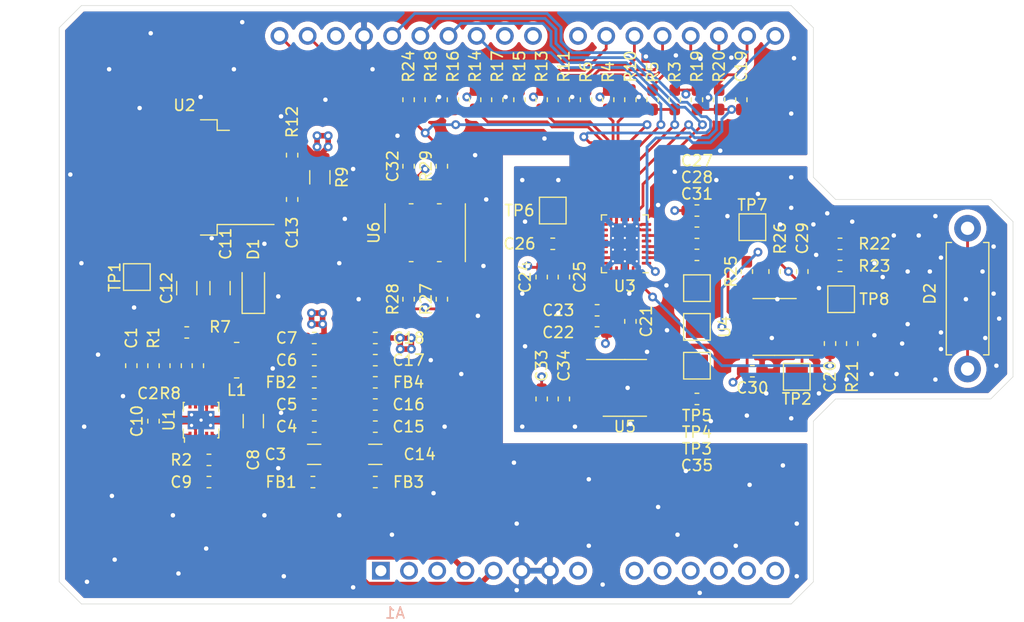
<source format=kicad_pcb>
(kicad_pcb (version 20171130) (host pcbnew "(5.1.6)-1")
  (layers (0 F.Cu signal) (1 In1.Cu signal) (2 In2.Cu signal) (31 B.Cu signal) (34 B.Paste user) (35 F.Paste user) (36 B.SilkS user) (37 F.SilkS user) (38 B.Mask user) (39 F.Mask user) (44 Edge.Cuts user))
  (net 0 "")
  (net 1 /SCL)
  (net 2 /SDA)
  (net 3 "Net-(A1-Pad1)")
  (net 4 /0_MCU)
  (net 5 "Net-(A1-Pad2)")
  (net 6 /1_MCU)
  (net 7 "Net-(A1-Pad3)")
  (net 8 /2_MCU)
  (net 9 +3V3)
  (net 10 /3_MCU)
  (net 11 +5V)
  (net 12 "Net-(A1-Pad21)")
  (net 13 "Net-(A1-Pad22)")
  (net 14 "Net-(A1-Pad23)")
  (net 15 "Net-(A1-Pad8)")
  (net 16 "Net-(A1-Pad24)")
  (net 17 "Net-(A1-Pad9)")
  (net 18 /~CS~)
  (net 19 "Net-(A1-Pad10)")
  (net 20 /MOSI)
  (net 21 "Net-(A1-Pad11)")
  (net 22 /MISO)
  (net 23 "Net-(A1-Pad12)")
  (net 24 /SCK)
  (net 25 "Net-(A1-Pad13)")
  (net 26 "Net-(A1-Pad14)")
  (net 27 "Net-(A1-Pad30)")
  (net 28 /~DRDY~)
  (net 29 /RST_MCU)
  (net 30 "Net-(C1-Pad1)")
  (net 31 "Net-(C2-Pad1)")
  (net 32 "Net-(C2-Pad2)")
  (net 33 "Net-(C3-Pad1)")
  (net 34 +5VA)
  (net 35 "Net-(C9-Pad2)")
  (net 36 "Net-(C10-Pad2)")
  (net 37 "Net-(C11-Pad2)")
  (net 38 -5VA)
  (net 39 "Net-(C14-Pad1)")
  (net 40 /RST_ADC)
  (net 41 "Net-(C20-Pad1)")
  (net 42 "Net-(C20-Pad2)")
  (net 43 GNDA)
  (net 44 /VREF)
  (net 45 "Net-(C26-Pad1)")
  (net 46 "Net-(C31-Pad2)")
  (net 47 "Net-(D1-Pad1)")
  (net 48 "Net-(D2-Pad2)")
  (net 49 /0_ADC)
  (net 50 /1_ADC)
  (net 51 "Net-(R12-Pad2)")
  (net 52 /2_ADC)
  (net 53 /3_ADC)
  (net 54 /V_REV)
  (net 55 /MCLK)
  (net 56 "Net-(R25-Pad1)")
  (net 57 "Net-(R29-Pad1)")
  (net 58 "Net-(TP4-Pad1)")
  (net 59 "Net-(TP5-Pad1)")
  (net 60 "Net-(U3-Pad28)")
  (net 61 "Net-(U5-Pad1)")
  (net 62 "Net-(U5-Pad3)")
  (net 63 "Net-(U5-Pad5)")
  (net 64 "Net-(U5-Pad7)")
  (net 65 "Net-(U5-Pad8)")
  (net 66 "Net-(U6-Pad5)")
  (module Resistor_THT:R_Axial_DIN0411_L9.9mm_D3.6mm_P12.70mm_Horizontal (layer F.Cu) (at 193.9 103.3 90)
    (fp_text reference D2 (at 6.8 -3.4 90) (layer F.SilkS))
    (fp_text value D_Photo_ALT)
    (pad 2 thru_hole oval (at 12.7 0 90) (size 2.4 2.4) (drill 1.2) (layers *.Cu *.Mask) (net 48 "Net-(D2-Pad2)"))
    (pad 1 thru_hole circle (at 0 0 90) (size 2.4 2.4) (drill 1.2) (layers *.Cu *.Mask) (net 42 "Net-(C20-Pad2)"))
  )
  (module phtodiode_adc:Arduino_UNO_R3_NoSilk (layer B.Cu) (at 141 121.5)
    (fp_text reference A1 (at 1.27 3.81 -180) (layer B.SilkS) (effects (justify mirror)))
    (fp_text value Arduino_UNO_R3)
    (pad 32 thru_hole oval (at -9.14 -48.26 270) (size 1.6 1.6) (drill 1) (layers *.Cu *.Mask) (net 1 /SCL))
    (pad 31 thru_hole oval (at -6.6 -48.26 270) (size 1.6 1.6) (drill 1) (layers *.Cu *.Mask) (net 2 /SDA))
    (pad 1 thru_hole rect (at 0 0 270) (size 1.6 1.6) (drill 1) (layers *.Cu *.Mask) (net 3 "Net-(A1-Pad1)"))
    (pad 17 thru_hole oval (at 30.48 -48.26 270) (size 1.6 1.6) (drill 1) (layers *.Cu *.Mask) (net 4 /0_MCU))
    (pad 2 thru_hole oval (at 2.54 0 270) (size 1.6 1.6) (drill 1) (layers *.Cu *.Mask) (net 5 "Net-(A1-Pad2)"))
    (pad 18 thru_hole oval (at 27.94 -48.26 270) (size 1.6 1.6) (drill 1) (layers *.Cu *.Mask) (net 6 /1_MCU))
    (pad 3 thru_hole oval (at 5.08 0 270) (size 1.6 1.6) (drill 1) (layers *.Cu *.Mask) (net 7 "Net-(A1-Pad3)"))
    (pad 19 thru_hole oval (at 25.4 -48.26 270) (size 1.6 1.6) (drill 1) (layers *.Cu *.Mask) (net 8 /2_MCU))
    (pad 4 thru_hole oval (at 7.62 0 270) (size 1.6 1.6) (drill 1) (layers *.Cu *.Mask) (net 9 +3V3))
    (pad 20 thru_hole oval (at 22.86 -48.26 270) (size 1.6 1.6) (drill 1) (layers *.Cu *.Mask) (net 10 /3_MCU))
    (pad 5 thru_hole oval (at 10.16 0 270) (size 1.6 1.6) (drill 1) (layers *.Cu *.Mask) (net 11 +5V))
    (pad 21 thru_hole oval (at 20.32 -48.26 270) (size 1.6 1.6) (drill 1) (layers *.Cu *.Mask) (net 12 "Net-(A1-Pad21)"))
    (pad 6 thru_hole oval (at 12.7 0 270) (size 1.6 1.6) (drill 1) (layers *.Cu *.Mask) (net 43 GNDA))
    (pad 22 thru_hole oval (at 17.78 -48.26 270) (size 1.6 1.6) (drill 1) (layers *.Cu *.Mask) (net 13 "Net-(A1-Pad22)"))
    (pad 7 thru_hole oval (at 15.24 0 270) (size 1.6 1.6) (drill 1) (layers *.Cu *.Mask) (net 43 GNDA))
    (pad 23 thru_hole oval (at 13.72 -48.26 270) (size 1.6 1.6) (drill 1) (layers *.Cu *.Mask) (net 14 "Net-(A1-Pad23)"))
    (pad 8 thru_hole oval (at 17.78 0 270) (size 1.6 1.6) (drill 1) (layers *.Cu *.Mask) (net 15 "Net-(A1-Pad8)"))
    (pad 24 thru_hole oval (at 11.18 -48.26 270) (size 1.6 1.6) (drill 1) (layers *.Cu *.Mask) (net 16 "Net-(A1-Pad24)"))
    (pad 9 thru_hole oval (at 22.86 0 270) (size 1.6 1.6) (drill 1) (layers *.Cu *.Mask) (net 17 "Net-(A1-Pad9)"))
    (pad 25 thru_hole oval (at 8.64 -48.26 270) (size 1.6 1.6) (drill 1) (layers *.Cu *.Mask) (net 18 /~CS~))
    (pad 10 thru_hole oval (at 25.4 0 270) (size 1.6 1.6) (drill 1) (layers *.Cu *.Mask) (net 19 "Net-(A1-Pad10)"))
    (pad 26 thru_hole oval (at 6.1 -48.26 270) (size 1.6 1.6) (drill 1) (layers *.Cu *.Mask) (net 20 /MOSI))
    (pad 11 thru_hole oval (at 27.94 0 270) (size 1.6 1.6) (drill 1) (layers *.Cu *.Mask) (net 21 "Net-(A1-Pad11)"))
    (pad 27 thru_hole oval (at 3.56 -48.26 270) (size 1.6 1.6) (drill 1) (layers *.Cu *.Mask) (net 22 /MISO))
    (pad 12 thru_hole oval (at 30.48 0 270) (size 1.6 1.6) (drill 1) (layers *.Cu *.Mask) (net 23 "Net-(A1-Pad12)"))
    (pad 28 thru_hole oval (at 1.02 -48.26 270) (size 1.6 1.6) (drill 1) (layers *.Cu *.Mask) (net 24 /SCK))
    (pad 13 thru_hole oval (at 33.02 0 270) (size 1.6 1.6) (drill 1) (layers *.Cu *.Mask) (net 25 "Net-(A1-Pad13)"))
    (pad 29 thru_hole oval (at -1.52 -48.26 270) (size 1.6 1.6) (drill 1) (layers *.Cu *.Mask) (net 43 GNDA))
    (pad 14 thru_hole oval (at 35.56 0 270) (size 1.6 1.6) (drill 1) (layers *.Cu *.Mask) (net 26 "Net-(A1-Pad14)"))
    (pad 30 thru_hole oval (at -4.06 -48.26 270) (size 1.6 1.6) (drill 1) (layers *.Cu *.Mask) (net 27 "Net-(A1-Pad30)"))
    (pad 15 thru_hole oval (at 35.56 -48.26 270) (size 1.6 1.6) (drill 1) (layers *.Cu *.Mask) (net 28 /~DRDY~))
    (pad 16 thru_hole oval (at 33.02 -48.26 270) (size 1.6 1.6) (drill 1) (layers *.Cu *.Mask) (net 29 /RST_MCU))
  )
  (module Capacitor_SMD:C_1206_3216Metric_Pad1.42x1.75mm_HandSolder (layer F.Cu) (at 134.9875 111)
    (fp_text reference C3 (at -3.4875 0) (layer F.SilkS))
    (fp_text value 10u)
    (pad 2 smd roundrect (at 1.4875 0) (size 1.425 1.75) (layers F.Cu F.Paste F.Mask) (roundrect_rratio 0.175439) (net 43 GNDA))
    (pad 1 smd roundrect (at -1.4875 0) (size 1.425 1.75) (layers F.Cu F.Paste F.Mask) (roundrect_rratio 0.175439) (net 33 "Net-(C3-Pad1)"))
  )
  (module Capacitor_SMD:C_0603_1608Metric_Pad1.05x0.95mm_HandSolder (layer F.Cu) (at 118.5 103 90)
    (fp_text reference C1 (at 2.5 0 90) (layer F.SilkS))
    (fp_text value 220n)
    (pad 2 smd roundrect (at 0.875 0 90) (size 1.05 0.95) (layers F.Cu F.Paste F.Mask) (net 43 GNDA))
    (pad 1 smd roundrect (at -0.875 0 90) (size 1.05 0.95) (layers F.Cu F.Paste F.Mask) (net 30 "Net-(C1-Pad1)"))
  )
  (module Capacitor_SMD:C_0603_1608Metric_Pad1.05x0.95mm_HandSolder (layer F.Cu) (at 122.5 103 90)
    (fp_text reference C2 (at -2.5 -2.5 180) (layer F.SilkS))
    (fp_text value 10p)
    (pad 1 smd roundrect (at -0.875 0 90) (size 1.05 0.95) (layers F.Cu F.Paste F.Mask) (net 31 "Net-(C2-Pad1)"))
    (pad 2 smd roundrect (at 0.875 0 90) (size 1.05 0.95) (layers F.Cu F.Paste F.Mask) (net 32 "Net-(C2-Pad2)"))
  )
  (module Capacitor_SMD:C_0603_1608Metric_Pad1.05x0.95mm_HandSolder (layer F.Cu) (at 135 108.5)
    (fp_text reference C4 (at -2.5 0) (layer F.SilkS))
    (fp_text value 1u)
    (pad 1 smd roundrect (at -0.875 0) (size 1.05 0.95) (layers F.Cu F.Paste F.Mask) (net 33 "Net-(C3-Pad1)"))
    (pad 2 smd roundrect (at 0.875 0) (size 1.05 0.95) (layers F.Cu F.Paste F.Mask) (net 43 GNDA))
  )
  (module Capacitor_SMD:C_0603_1608Metric_Pad1.05x0.95mm_HandSolder (layer F.Cu) (at 135 106.5)
    (fp_text reference C5 (at -2.5 0) (layer F.SilkS))
    (fp_text value 100n)
    (pad 2 smd roundrect (at 0.875 0) (size 1.05 0.95) (layers F.Cu F.Paste F.Mask) (net 43 GNDA))
    (pad 1 smd roundrect (at -0.875 0) (size 1.05 0.95) (layers F.Cu F.Paste F.Mask) (net 33 "Net-(C3-Pad1)"))
  )
  (module Capacitor_SMD:C_0603_1608Metric_Pad1.05x0.95mm_HandSolder (layer F.Cu) (at 135 102.5 180)
    (fp_text reference C6 (at 2.5 0) (layer F.SilkS))
    (fp_text value 1u)
    (pad 1 smd roundrect (at -0.875 0 180) (size 1.05 0.95) (layers F.Cu F.Paste F.Mask) (net 34 +5VA))
    (pad 2 smd roundrect (at 0.875 0 180) (size 1.05 0.95) (layers F.Cu F.Paste F.Mask) (net 43 GNDA))
  )
  (module Capacitor_SMD:C_0603_1608Metric_Pad1.05x0.95mm_HandSolder (layer F.Cu) (at 135 100.5 180)
    (fp_text reference C7 (at 2.5 0) (layer F.SilkS))
    (fp_text value 100n)
    (pad 2 smd roundrect (at 0.875 0 180) (size 1.05 0.95) (layers F.Cu F.Paste F.Mask) (net 43 GNDA))
    (pad 1 smd roundrect (at -0.875 0 180) (size 1.05 0.95) (layers F.Cu F.Paste F.Mask) (net 34 +5VA))
  )
  (module Capacitor_SMD:C_1206_3216Metric_Pad1.42x1.75mm_HandSolder (layer F.Cu) (at 129.5 108 270)
    (fp_text reference C8 (at 3.5 0 90) (layer F.SilkS))
    (fp_text value 10u)
    (pad 2 smd roundrect (at 1.4875 0 270) (size 1.425 1.75) (layers F.Cu F.Paste F.Mask) (roundrect_rratio 0.175439) (net 11 +5V))
    (pad 1 smd roundrect (at -1.4875 0 270) (size 1.425 1.75) (layers F.Cu F.Paste F.Mask) (roundrect_rratio 0.175439) (net 43 GNDA))
  )
  (module Capacitor_SMD:C_0603_1608Metric_Pad1.05x0.95mm_HandSolder (layer F.Cu) (at 125.5 113.5 180)
    (fp_text reference C9 (at 2.5 0) (layer F.SilkS))
    (fp_text value 100n)
    (pad 1 smd roundrect (at -0.875 0 180) (size 1.05 0.95) (layers F.Cu F.Paste F.Mask) (net 43 GNDA))
    (pad 2 smd roundrect (at 0.875 0 180) (size 1.05 0.95) (layers F.Cu F.Paste F.Mask) (net 35 "Net-(C9-Pad2)"))
  )
  (module Capacitor_SMD:C_0603_1608Metric_Pad1.05x0.95mm_HandSolder (layer F.Cu) (at 120.5 108 270)
    (fp_text reference C10 (at 0 1.5 90) (layer F.SilkS))
    (fp_text value 4n7)
    (pad 1 smd roundrect (at -0.875 0 270) (size 1.05 0.95) (layers F.Cu F.Paste F.Mask) (net 43 GNDA))
    (pad 2 smd roundrect (at 0.875 0 270) (size 1.05 0.95) (layers F.Cu F.Paste F.Mask) (net 36 "Net-(C10-Pad2)"))
  )
  (module Capacitor_SMD:C_1206_3216Metric_Pad1.42x1.75mm_HandSolder (layer F.Cu) (at 126.5 96 90)
    (fp_text reference C11 (at 4 0.5 90) (layer F.SilkS))
    (fp_text value 22u)
    (pad 1 smd roundrect (at -1.4875 0 90) (size 1.425 1.75) (layers F.Cu F.Paste F.Mask) (roundrect_rratio 0.175439) (net 43 GNDA))
    (pad 2 smd roundrect (at 1.4875 0 90) (size 1.425 1.75) (layers F.Cu F.Paste F.Mask) (roundrect_rratio 0.175439) (net 37 "Net-(C11-Pad2)"))
  )
  (module Capacitor_SMD:C_1206_3216Metric_Pad1.42x1.75mm_HandSolder (layer F.Cu) (at 123.5 96 90)
    (fp_text reference C12 (at 0 -1.82 90) (layer F.SilkS))
    (fp_text value 10u)
    (pad 1 smd roundrect (at -1.4875 0 90) (size 1.425 1.75) (layers F.Cu F.Paste F.Mask) (roundrect_rratio 0.175439) (net 43 GNDA))
    (pad 2 smd roundrect (at 1.4875 0 90) (size 1.425 1.75) (layers F.Cu F.Paste F.Mask) (roundrect_rratio 0.175439) (net 37 "Net-(C11-Pad2)"))
  )
  (module Capacitor_SMD:C_1206_3216Metric_Pad1.42x1.75mm_HandSolder (layer F.Cu) (at 135.5 86 90)
    (fp_text reference C13 (at -5 -2.5 90) (layer F.SilkS))
    (fp_text value 10u)
    (pad 1 smd roundrect (at -1.4875 0 90) (size 1.425 1.75) (layers F.Cu F.Paste F.Mask) (roundrect_rratio 0.175439) (net 43 GNDA))
    (pad 2 smd roundrect (at 1.4875 0 90) (size 1.425 1.75) (layers F.Cu F.Paste F.Mask) (roundrect_rratio 0.175439) (net 38 -5VA))
  )
  (module Capacitor_SMD:C_1206_3216Metric_Pad1.42x1.75mm_HandSolder (layer F.Cu) (at 140.5 111)
    (fp_text reference C14 (at 4 0) (layer F.SilkS))
    (fp_text value 10u)
    (pad 2 smd roundrect (at 1.4875 0) (size 1.425 1.75) (layers F.Cu F.Paste F.Mask) (roundrect_rratio 0.175439) (net 43 GNDA))
    (pad 1 smd roundrect (at -1.4875 0) (size 1.425 1.75) (layers F.Cu F.Paste F.Mask) (roundrect_rratio 0.175439) (net 39 "Net-(C14-Pad1)"))
  )
  (module Capacitor_SMD:C_0603_1608Metric_Pad1.05x0.95mm_HandSolder (layer F.Cu) (at 140.5 108.5)
    (fp_text reference C15 (at 3 0) (layer F.SilkS))
    (fp_text value 1u)
    (pad 2 smd roundrect (at 0.875 0) (size 1.05 0.95) (layers F.Cu F.Paste F.Mask) (net 43 GNDA))
    (pad 1 smd roundrect (at -0.875 0) (size 1.05 0.95) (layers F.Cu F.Paste F.Mask) (net 39 "Net-(C14-Pad1)"))
  )
  (module Capacitor_SMD:C_0603_1608Metric_Pad1.05x0.95mm_HandSolder (layer F.Cu) (at 140.5 106.5)
    (fp_text reference C16 (at 3 0) (layer F.SilkS))
    (fp_text value 100n)
    (pad 1 smd roundrect (at -0.875 0) (size 1.05 0.95) (layers F.Cu F.Paste F.Mask) (net 39 "Net-(C14-Pad1)"))
    (pad 2 smd roundrect (at 0.875 0) (size 1.05 0.95) (layers F.Cu F.Paste F.Mask) (net 43 GNDA))
  )
  (module Capacitor_SMD:C_0603_1608Metric_Pad1.05x0.95mm_HandSolder (layer F.Cu) (at 140.5 102.5 180)
    (fp_text reference C17 (at -3 0) (layer F.SilkS))
    (fp_text value 1u)
    (pad 1 smd roundrect (at -0.875 0 180) (size 1.05 0.95) (layers F.Cu F.Paste F.Mask) (net 9 +3V3))
    (pad 2 smd roundrect (at 0.875 0 180) (size 1.05 0.95) (layers F.Cu F.Paste F.Mask) (net 43 GNDA))
  )
  (module Capacitor_SMD:C_0603_1608Metric_Pad1.05x0.95mm_HandSolder (layer F.Cu) (at 140.5 100.5 180)
    (fp_text reference C18 (at -3 0) (layer F.SilkS))
    (fp_text value 100n)
    (pad 2 smd roundrect (at 0.875 0 180) (size 1.05 0.95) (layers F.Cu F.Paste F.Mask) (net 43 GNDA))
    (pad 1 smd roundrect (at -0.875 0 180) (size 1.05 0.95) (layers F.Cu F.Paste F.Mask) (net 9 +3V3))
  )
  (module Capacitor_SMD:C_0603_1608Metric_Pad1.05x0.95mm_HandSolder (layer F.Cu) (at 173.5 79 270)
    (fp_text reference C19 (at -3 0 90) (layer F.SilkS))
    (fp_text value 100n)
    (pad 2 smd roundrect (at 0.875 0 270) (size 1.05 0.95) (layers F.Cu F.Paste F.Mask) (net 40 /RST_ADC))
    (pad 1 smd roundrect (at -0.875 0 270) (size 1.05 0.95) (layers F.Cu F.Paste F.Mask) (net 43 GNDA))
  )
  (module Capacitor_SMD:C_0603_1608Metric_Pad1.05x0.95mm_HandSolder (layer F.Cu) (at 181.5 101 90)
    (fp_text reference C20 (at -3 0 90) (layer F.SilkS))
    (fp_text value 360p)
    (pad 1 smd roundrect (at -0.875 0 90) (size 1.05 0.95) (layers F.Cu F.Paste F.Mask) (net 41 "Net-(C20-Pad1)"))
    (pad 2 smd roundrect (at 0.875 0 90) (size 1.05 0.95) (layers F.Cu F.Paste F.Mask) (net 42 "Net-(C20-Pad2)"))
  )
  (module Capacitor_SMD:C_0603_1608Metric_Pad1.05x0.95mm_HandSolder (layer F.Cu) (at 163.5 99 270)
    (fp_text reference C21 (at 0 -1.43 90) (layer F.SilkS))
    (fp_text value 100n)
    (pad 2 smd roundrect (at 0.875 0 270) (size 1.05 0.95) (layers F.Cu F.Paste F.Mask) (net 43 GNDA))
    (pad 1 smd roundrect (at -0.875 0 270) (size 1.05 0.95) (layers F.Cu F.Paste F.Mask) (net 44 /VREF))
  )
  (module Capacitor_SMD:C_0603_1608Metric_Pad1.05x0.95mm_HandSolder (layer F.Cu) (at 160.5 100 180)
    (fp_text reference C22 (at 3.5 0) (layer F.SilkS))
    (fp_text value 1u)
    (pad 2 smd roundrect (at 0.875 0 180) (size 1.05 0.95) (layers F.Cu F.Paste F.Mask) (net 43 GNDA))
    (pad 1 smd roundrect (at -0.875 0 180) (size 1.05 0.95) (layers F.Cu F.Paste F.Mask) (net 34 +5VA))
  )
  (module Capacitor_SMD:C_0603_1608Metric_Pad1.05x0.95mm_HandSolder (layer F.Cu) (at 160.5 98 180)
    (fp_text reference C23 (at 3.5 0) (layer F.SilkS))
    (fp_text value 100n)
    (pad 1 smd roundrect (at -0.875 0 180) (size 1.05 0.95) (layers F.Cu F.Paste F.Mask) (net 34 +5VA))
    (pad 2 smd roundrect (at 0.875 0 180) (size 1.05 0.95) (layers F.Cu F.Paste F.Mask) (net 43 GNDA))
  )
  (module Capacitor_SMD:C_0603_1608Metric_Pad1.05x0.95mm_HandSolder (layer F.Cu) (at 155.5 95 270)
    (fp_text reference C24 (at 0 1.5 90) (layer F.SilkS))
    (fp_text value 1u)
    (pad 2 smd roundrect (at 0.875 0 270) (size 1.05 0.95) (layers F.Cu F.Paste F.Mask) (net 43 GNDA))
    (pad 1 smd roundrect (at -0.875 0 270) (size 1.05 0.95) (layers F.Cu F.Paste F.Mask) (net 34 +5VA))
  )
  (module Capacitor_SMD:C_0603_1608Metric_Pad1.05x0.95mm_HandSolder (layer F.Cu) (at 157.5 95 270)
    (fp_text reference C25 (at 0 -1.43 90) (layer F.SilkS))
    (fp_text value 100n)
    (pad 1 smd roundrect (at -0.875 0 270) (size 1.05 0.95) (layers F.Cu F.Paste F.Mask) (net 34 +5VA))
    (pad 2 smd roundrect (at 0.875 0 270) (size 1.05 0.95) (layers F.Cu F.Paste F.Mask) (net 43 GNDA))
  )
  (module Capacitor_SMD:C_0603_1608Metric_Pad1.05x0.95mm_HandSolder (layer F.Cu) (at 156.5 92 180)
    (fp_text reference C26 (at 3 0) (layer F.SilkS))
    (fp_text value 1u)
    (pad 2 smd roundrect (at 0.875 0 180) (size 1.05 0.95) (layers F.Cu F.Paste F.Mask) (net 43 GNDA))
    (pad 1 smd roundrect (at -0.875 0 180) (size 1.05 0.95) (layers F.Cu F.Paste F.Mask) (net 45 "Net-(C26-Pad1)"))
  )
  (module Capacitor_SMD:C_0603_1608Metric_Pad1.05x0.95mm_HandSolder (layer F.Cu) (at 169.5 89)
    (fp_text reference C27 (at 0 -4.5) (layer F.SilkS))
    (fp_text value 1u)
    (pad 2 smd roundrect (at 0.875 0) (size 1.05 0.95) (layers F.Cu F.Paste F.Mask) (net 43 GNDA))
    (pad 1 smd roundrect (at -0.875 0) (size 1.05 0.95) (layers F.Cu F.Paste F.Mask) (net 9 +3V3))
  )
  (module Capacitor_SMD:C_0603_1608Metric_Pad1.05x0.95mm_HandSolder (layer F.Cu) (at 169.5 91)
    (fp_text reference C28 (at 0 -5) (layer F.SilkS))
    (fp_text value 100n)
    (pad 1 smd roundrect (at -0.875 0) (size 1.05 0.95) (layers F.Cu F.Paste F.Mask) (net 9 +3V3))
    (pad 2 smd roundrect (at 0.875 0) (size 1.05 0.95) (layers F.Cu F.Paste F.Mask) (net 43 GNDA))
  )
  (module Capacitor_SMD:C_0603_1608Metric_Pad1.05x0.95mm_HandSolder (layer F.Cu) (at 179 94.5 90)
    (fp_text reference C29 (at 3 0 90) (layer F.SilkS))
    (fp_text value 100n)
    (pad 2 smd roundrect (at 0.875 0 90) (size 1.05 0.95) (layers F.Cu F.Paste F.Mask) (net 43 GNDA))
    (pad 1 smd roundrect (at -0.875 0 90) (size 1.05 0.95) (layers F.Cu F.Paste F.Mask) (net 38 -5VA))
  )
  (module Capacitor_SMD:C_0603_1608Metric_Pad1.05x0.95mm_HandSolder (layer F.Cu) (at 174.5 103.5)
    (fp_text reference C30 (at 0 1.5) (layer F.SilkS))
    (fp_text value 100n)
    (pad 1 smd roundrect (at -0.875 0) (size 1.05 0.95) (layers F.Cu F.Paste F.Mask) (net 34 +5VA))
    (pad 2 smd roundrect (at 0.875 0) (size 1.05 0.95) (layers F.Cu F.Paste F.Mask) (net 43 GNDA))
  )
  (module Capacitor_SMD:C_0603_1608Metric_Pad1.05x0.95mm_HandSolder (layer F.Cu) (at 169.5 93 180)
    (fp_text reference C31 (at 0 5.5) (layer F.SilkS))
    (fp_text value 1u)
    (pad 1 smd roundrect (at -0.875 0 180) (size 1.05 0.95) (layers F.Cu F.Paste F.Mask) (net 43 GNDA))
    (pad 2 smd roundrect (at 0.875 0 180) (size 1.05 0.95) (layers F.Cu F.Paste F.Mask) (net 46 "Net-(C31-Pad2)"))
  )
  (module Capacitor_SMD:C_0603_1608Metric_Pad1.05x0.95mm_HandSolder (layer F.Cu) (at 143.5 85 90)
    (fp_text reference C32 (at 0 -1.43 90) (layer F.SilkS))
    (fp_text value 100n)
    (pad 2 smd roundrect (at 0.875 0 90) (size 1.05 0.95) (layers F.Cu F.Paste F.Mask) (net 43 GNDA))
    (pad 1 smd roundrect (at -0.875 0 90) (size 1.05 0.95) (layers F.Cu F.Paste F.Mask) (net 9 +3V3))
  )
  (module Capacitor_SMD:C_0603_1608Metric_Pad1.05x0.95mm_HandSolder (layer F.Cu) (at 155.5 106 270)
    (fp_text reference C33 (at -3 0 90) (layer F.SilkS))
    (fp_text value 1u)
    (pad 1 smd roundrect (at -0.875 0 270) (size 1.05 0.95) (layers F.Cu F.Paste F.Mask) (net 34 +5VA))
    (pad 2 smd roundrect (at 0.875 0 270) (size 1.05 0.95) (layers F.Cu F.Paste F.Mask) (net 43 GNDA))
  )
  (module Capacitor_SMD:C_0603_1608Metric_Pad1.05x0.95mm_HandSolder (layer F.Cu) (at 157.5 106 270)
    (fp_text reference C34 (at -3 0 90) (layer F.SilkS))
    (fp_text value 100n)
    (pad 2 smd roundrect (at 0.875 0 270) (size 1.05 0.95) (layers F.Cu F.Paste F.Mask) (net 43 GNDA))
    (pad 1 smd roundrect (at -0.875 0 270) (size 1.05 0.95) (layers F.Cu F.Paste F.Mask) (net 34 +5VA))
  )
  (module Capacitor_SMD:C_0603_1608Metric_Pad1.05x0.95mm_HandSolder (layer F.Cu) (at 169.5 106)
    (fp_text reference C35 (at 0 6) (layer F.SilkS))
    (fp_text value 100n)
    (pad 1 smd roundrect (at -0.875 0) (size 1.05 0.95) (layers F.Cu F.Paste F.Mask) (net 44 /VREF))
    (pad 2 smd roundrect (at 0.875 0) (size 1.05 0.95) (layers F.Cu F.Paste F.Mask) (net 43 GNDA))
  )
  (module Diode_SMD:D_SMF (layer F.Cu) (at 129.5 96 90)
    (fp_text reference D1 (at 3.5 0 90) (layer F.SilkS))
    (fp_text value D_Schottky)
    (pad 1 smd rect (at -1.45 0 90) (size 1.3 1.4) (layers F.Cu F.Paste F.Mask) (net 47 "Net-(D1-Pad1)"))
    (pad 2 smd rect (at 1.45 0 90) (size 1.3 1.4) (layers F.Cu F.Paste F.Mask) (net 37 "Net-(C11-Pad2)"))
  )
  (module Capacitor_SMD:C_0603_1608Metric_Pad1.05x0.95mm_HandSolder (layer F.Cu) (at 134.875 113.5)
    (fp_text reference FB1 (at -2.875 0) (layer F.SilkS))
    (fp_text value Ferrite_Bead_Small)
    (pad 1 smd roundrect (at -0.875 0) (size 1.05 0.95) (layers F.Cu F.Paste F.Mask) (net 33 "Net-(C3-Pad1)"))
    (pad 2 smd roundrect (at 0.875 0) (size 1.05 0.95) (layers F.Cu F.Paste F.Mask) (net 11 +5V))
  )
  (module Capacitor_SMD:C_0603_1608Metric_Pad1.05x0.95mm_HandSolder (layer F.Cu) (at 135 104.5 180)
    (fp_text reference FB2 (at 3 0) (layer F.SilkS))
    (fp_text value Ferrite_Bead_Small)
    (pad 2 smd roundrect (at 0.875 0 180) (size 1.05 0.95) (layers F.Cu F.Paste F.Mask) (net 33 "Net-(C3-Pad1)"))
    (pad 1 smd roundrect (at -0.875 0 180) (size 1.05 0.95) (layers F.Cu F.Paste F.Mask) (net 34 +5VA))
  )
  (module Capacitor_SMD:C_0603_1608Metric_Pad1.05x0.95mm_HandSolder (layer F.Cu) (at 140.5 113.5)
    (fp_text reference FB3 (at 3 0) (layer F.SilkS))
    (fp_text value Ferrite_Bead_Small)
    (pad 1 smd roundrect (at -0.875 0) (size 1.05 0.95) (layers F.Cu F.Paste F.Mask) (net 39 "Net-(C14-Pad1)"))
    (pad 2 smd roundrect (at 0.875 0) (size 1.05 0.95) (layers F.Cu F.Paste F.Mask) (net 9 +3V3))
  )
  (module Capacitor_SMD:C_0603_1608Metric_Pad1.05x0.95mm_HandSolder (layer F.Cu) (at 140.5 104.5 180)
    (fp_text reference FB4 (at -3 0) (layer F.SilkS))
    (fp_text value Ferrite_Bead_Small)
    (pad 2 smd roundrect (at 0.875 0 180) (size 1.05 0.95) (layers F.Cu F.Paste F.Mask) (net 39 "Net-(C14-Pad1)"))
    (pad 1 smd roundrect (at -0.875 0 180) (size 1.05 0.95) (layers F.Cu F.Paste F.Mask) (net 9 +3V3))
  )
  (module Inductor_SMD:L_Wuerth_MAPI-3020 (layer F.Cu) (at 128 102.5 180)
    (fp_text reference L1 (at 0 -2.7) (layer F.SilkS))
    (fp_text value 4u7)
    (pad 1 smd rect (at -1.075 0 180) (size 1.35 3.4) (layers F.Cu F.Paste F.Mask) (net 47 "Net-(D1-Pad1)"))
    (pad 2 smd rect (at 1.075 0 180) (size 1.35 3.4) (layers F.Cu F.Paste F.Mask) (net 43 GNDA))
  )
  (module Resistor_SMD:R_0603_1608Metric_Pad1.05x0.95mm_HandSolder (layer F.Cu) (at 120.5 103 270)
    (fp_text reference R1 (at -2.5 0 90) (layer F.SilkS))
    (fp_text value 150k)
    (pad 2 smd roundrect (at 0.875 0 270) (size 1.05 0.95) (layers F.Cu F.Paste F.Mask) (net 30 "Net-(C1-Pad1)"))
    (pad 1 smd roundrect (at -0.875 0 270) (size 1.05 0.95) (layers F.Cu F.Paste F.Mask) (net 32 "Net-(C2-Pad2)"))
  )
  (module Resistor_SMD:R_0603_1608Metric_Pad1.05x0.95mm_HandSolder (layer F.Cu) (at 125.5 111.5)
    (fp_text reference R2 (at -2.5 0) (layer F.SilkS))
    (fp_text value 10R)
    (pad 2 smd roundrect (at 0.875 0) (size 1.05 0.95) (layers F.Cu F.Paste F.Mask) (net 11 +5V))
    (pad 1 smd roundrect (at -0.875 0) (size 1.05 0.95) (layers F.Cu F.Paste F.Mask) (net 35 "Net-(C9-Pad2)"))
  )
  (module Resistor_SMD:R_0603_1608Metric_Pad1.05x0.95mm_HandSolder (layer F.Cu) (at 167.5 79 270)
    (fp_text reference R3 (at -2.5 0 90) (layer F.SilkS))
    (fp_text value 0R)
    (pad 1 smd roundrect (at -0.875 0 270) (size 1.05 0.95) (layers F.Cu F.Paste F.Mask) (net 9 +3V3))
    (pad 2 smd roundrect (at 0.875 0 270) (size 1.05 0.95) (layers F.Cu F.Paste F.Mask) (net 49 /0_ADC))
  )
  (module Resistor_SMD:R_0603_1608Metric_Pad1.05x0.95mm_HandSolder (layer F.Cu) (at 161.5 79 270)
    (fp_text reference R4 (at -2.5 0 90) (layer F.SilkS))
    (fp_text value 0R)
    (pad 2 smd roundrect (at 0.875 0 270) (size 1.05 0.95) (layers F.Cu F.Paste F.Mask) (net 50 /1_ADC))
    (pad 1 smd roundrect (at -0.875 0 270) (size 1.05 0.95) (layers F.Cu F.Paste F.Mask) (net 9 +3V3))
  )
  (module Resistor_SMD:R_0603_1608Metric_Pad1.05x0.95mm_HandSolder (layer F.Cu) (at 165.5 79 270)
    (fp_text reference R5 (at -2.5 0 90) (layer F.SilkS))
    (fp_text value 0R)
    (pad 2 smd roundrect (at 0.875 0 270) (size 1.05 0.95) (layers F.Cu F.Paste F.Mask) (net 49 /0_ADC))
    (pad 1 smd roundrect (at -0.875 0 270) (size 1.05 0.95) (layers F.Cu F.Paste F.Mask) (net 4 /0_MCU))
  )
  (module Resistor_SMD:R_0603_1608Metric_Pad1.05x0.95mm_HandSolder (layer F.Cu) (at 159.5 79 270)
    (fp_text reference R6 (at -2.5 0 90) (layer F.SilkS))
    (fp_text value 0R)
    (pad 1 smd roundrect (at -0.875 0 270) (size 1.05 0.95) (layers F.Cu F.Paste F.Mask) (net 6 /1_MCU))
    (pad 2 smd roundrect (at 0.875 0 270) (size 1.05 0.95) (layers F.Cu F.Paste F.Mask) (net 50 /1_ADC))
  )
  (module Resistor_SMD:R_0603_1608Metric_Pad1.05x0.95mm_HandSolder (layer F.Cu) (at 123.5 100 180)
    (fp_text reference R7 (at -3 0.5) (layer F.SilkS))
    (fp_text value 742k)
    (pad 1 smd roundrect (at -0.875 0 180) (size 1.05 0.95) (layers F.Cu F.Paste F.Mask) (net 37 "Net-(C11-Pad2)"))
    (pad 2 smd roundrect (at 0.875 0 180) (size 1.05 0.95) (layers F.Cu F.Paste F.Mask) (net 32 "Net-(C2-Pad2)"))
  )
  (module Resistor_SMD:R_0603_1608Metric_Pad1.05x0.95mm_HandSolder (layer F.Cu) (at 124.5 103 270)
    (fp_text reference R8 (at 2.5 2.5 180) (layer F.SilkS))
    (fp_text value 100k)
    (pad 2 smd roundrect (at 0.875 0 270) (size 1.05 0.95) (layers F.Cu F.Paste F.Mask) (net 31 "Net-(C2-Pad1)"))
    (pad 1 smd roundrect (at -0.875 0 270) (size 1.05 0.95) (layers F.Cu F.Paste F.Mask) (net 37 "Net-(C11-Pad2)"))
  )
  (module Resistor_SMD:R_0603_1608Metric_Pad1.05x0.95mm_HandSolder (layer F.Cu) (at 133 88 270)
    (fp_text reference R9 (at -2 -4.5 90) (layer F.SilkS))
    (fp_text value 32k)
    (pad 1 smd roundrect (at -0.875 0 270) (size 1.05 0.95) (layers F.Cu F.Paste F.Mask) (net 51 "Net-(R12-Pad2)"))
    (pad 2 smd roundrect (at 0.875 0 270) (size 1.05 0.95) (layers F.Cu F.Paste F.Mask) (net 43 GNDA))
  )
  (module Resistor_SMD:R_0603_1608Metric_Pad1.05x0.95mm_HandSolder (layer F.Cu) (at 163.5 79 270)
    (fp_text reference R10 (at -3 0 90) (layer F.SilkS))
    (fp_text value 0R)
    (pad 1 smd roundrect (at -0.875 0 270) (size 1.05 0.95) (layers F.Cu F.Paste F.Mask) (net 43 GNDA))
    (pad 2 smd roundrect (at 0.875 0 270) (size 1.05 0.95) (layers F.Cu F.Paste F.Mask) (net 49 /0_ADC))
  )
  (module Resistor_SMD:R_0603_1608Metric_Pad1.05x0.95mm_HandSolder (layer F.Cu) (at 157.5 79 270)
    (fp_text reference R11 (at -3 0 90) (layer F.SilkS))
    (fp_text value 0R)
    (pad 2 smd roundrect (at 0.875 0 270) (size 1.05 0.95) (layers F.Cu F.Paste F.Mask) (net 50 /1_ADC))
    (pad 1 smd roundrect (at -0.875 0 270) (size 1.05 0.95) (layers F.Cu F.Paste F.Mask) (net 43 GNDA))
  )
  (module Resistor_SMD:R_0603_1608Metric_Pad1.05x0.95mm_HandSolder (layer F.Cu) (at 133 84 270)
    (fp_text reference R12 (at -3 0 90) (layer F.SilkS))
    (fp_text value 100k)
    (pad 1 smd roundrect (at -0.875 0 270) (size 1.05 0.95) (layers F.Cu F.Paste F.Mask) (net 38 -5VA))
    (pad 2 smd roundrect (at 0.875 0 270) (size 1.05 0.95) (layers F.Cu F.Paste F.Mask) (net 51 "Net-(R12-Pad2)"))
  )
  (module Resistor_SMD:R_0603_1608Metric_Pad1.05x0.95mm_HandSolder (layer F.Cu) (at 155.5 79 270)
    (fp_text reference R13 (at -3 0 90) (layer F.SilkS))
    (fp_text value 0R)
    (pad 1 smd roundrect (at -0.875 0 270) (size 1.05 0.95) (layers F.Cu F.Paste F.Mask) (net 9 +3V3))
    (pad 2 smd roundrect (at 0.875 0 270) (size 1.05 0.95) (layers F.Cu F.Paste F.Mask) (net 52 /2_ADC))
  )
  (module Resistor_SMD:R_0603_1608Metric_Pad1.05x0.95mm_HandSolder (layer F.Cu) (at 149.5 79 270)
    (fp_text reference R14 (at -3 0 90) (layer F.SilkS))
    (fp_text value 0R)
    (pad 1 smd roundrect (at -0.875 0 270) (size 1.05 0.95) (layers F.Cu F.Paste F.Mask) (net 9 +3V3))
    (pad 2 smd roundrect (at 0.875 0 270) (size 1.05 0.95) (layers F.Cu F.Paste F.Mask) (net 53 /3_ADC))
  )
  (module Resistor_SMD:R_0603_1608Metric_Pad1.05x0.95mm_HandSolder (layer F.Cu) (at 153.5 79 270)
    (fp_text reference R15 (at -3 0 90) (layer F.SilkS))
    (fp_text value 0R)
    (pad 1 smd roundrect (at -0.875 0 270) (size 1.05 0.95) (layers F.Cu F.Paste F.Mask) (net 8 /2_MCU))
    (pad 2 smd roundrect (at 0.875 0 270) (size 1.05 0.95) (layers F.Cu F.Paste F.Mask) (net 52 /2_ADC))
  )
  (module Resistor_SMD:R_0603_1608Metric_Pad1.05x0.95mm_HandSolder (layer F.Cu) (at 147.5 79 270)
    (fp_text reference R16 (at -3 0 90) (layer F.SilkS))
    (fp_text value 0R)
    (pad 2 smd roundrect (at 0.875 0 270) (size 1.05 0.95) (layers F.Cu F.Paste F.Mask) (net 53 /3_ADC))
    (pad 1 smd roundrect (at -0.875 0 270) (size 1.05 0.95) (layers F.Cu F.Paste F.Mask) (net 10 /3_MCU))
  )
  (module Resistor_SMD:R_0603_1608Metric_Pad1.05x0.95mm_HandSolder (layer F.Cu) (at 151.5 79 270)
    (fp_text reference R17 (at -3 0 90) (layer F.SilkS))
    (fp_text value 0R)
    (pad 2 smd roundrect (at 0.875 0 270) (size 1.05 0.95) (layers F.Cu F.Paste F.Mask) (net 52 /2_ADC))
    (pad 1 smd roundrect (at -0.875 0 270) (size 1.05 0.95) (layers F.Cu F.Paste F.Mask) (net 43 GNDA))
  )
  (module Resistor_SMD:R_0603_1608Metric_Pad1.05x0.95mm_HandSolder (layer F.Cu) (at 145.5 79 270)
    (fp_text reference R18 (at -3 0 90) (layer F.SilkS))
    (fp_text value 0R)
    (pad 1 smd roundrect (at -0.875 0 270) (size 1.05 0.95) (layers F.Cu F.Paste F.Mask) (net 43 GNDA))
    (pad 2 smd roundrect (at 0.875 0 270) (size 1.05 0.95) (layers F.Cu F.Paste F.Mask) (net 53 /3_ADC))
  )
  (module Resistor_SMD:R_0603_1608Metric_Pad1.05x0.95mm_HandSolder (layer F.Cu) (at 169.5 79 270)
    (fp_text reference R19 (at -3 0 90) (layer F.SilkS))
    (fp_text value 0R)
    (pad 2 smd roundrect (at 0.875 0 270) (size 1.05 0.95) (layers F.Cu F.Paste F.Mask) (net 40 /RST_ADC))
    (pad 1 smd roundrect (at -0.875 0 270) (size 1.05 0.95) (layers F.Cu F.Paste F.Mask) (net 9 +3V3))
  )
  (module Resistor_SMD:R_0603_1608Metric_Pad1.05x0.95mm_HandSolder (layer F.Cu) (at 171.5 79 270)
    (fp_text reference R20 (at -3 0 90) (layer F.SilkS))
    (fp_text value 0R)
    (pad 2 smd roundrect (at 0.875 0 270) (size 1.05 0.95) (layers F.Cu F.Paste F.Mask) (net 40 /RST_ADC))
    (pad 1 smd roundrect (at -0.875 0 270) (size 1.05 0.95) (layers F.Cu F.Paste F.Mask) (net 29 /RST_MCU))
  )
  (module Resistor_SMD:R_0603_1608Metric_Pad1.05x0.95mm_HandSolder (layer F.Cu) (at 183.5 101 90)
    (fp_text reference R21 (at -3 0 90) (layer F.SilkS))
    (fp_text value 42.2k)
    (pad 1 smd roundrect (at -0.875 0 90) (size 1.05 0.95) (layers F.Cu F.Paste F.Mask) (net 41 "Net-(C20-Pad1)"))
    (pad 2 smd roundrect (at 0.875 0 90) (size 1.05 0.95) (layers F.Cu F.Paste F.Mask) (net 42 "Net-(C20-Pad2)"))
  )
  (module Resistor_SMD:R_0603_1608Metric_Pad1.05x0.95mm_HandSolder (layer F.Cu) (at 182.4 92 180)
    (fp_text reference R22 (at -3.1 0) (layer F.SilkS))
    (fp_text value 0R)
    (pad 2 smd roundrect (at 0.875 0 180) (size 1.05 0.95) (layers F.Cu F.Paste F.Mask) (net 54 /V_REV))
    (pad 1 smd roundrect (at -0.875 0 180) (size 1.05 0.95) (layers F.Cu F.Paste F.Mask) (net 48 "Net-(D2-Pad2)"))
  )
  (module Resistor_SMD:R_0603_1608Metric_Pad1.05x0.95mm_HandSolder (layer F.Cu) (at 182.4 94 180)
    (fp_text reference R23 (at -3.1 0) (layer F.SilkS))
    (fp_text value 0R)
    (pad 1 smd roundrect (at -0.875 0 180) (size 1.05 0.95) (layers F.Cu F.Paste F.Mask) (net 48 "Net-(D2-Pad2)"))
    (pad 2 smd roundrect (at 0.875 0 180) (size 1.05 0.95) (layers F.Cu F.Paste F.Mask) (net 43 GNDA))
  )
  (module Resistor_SMD:R_0603_1608Metric_Pad1.05x0.95mm_HandSolder (layer F.Cu) (at 143.5 79 270)
    (fp_text reference R24 (at -3 0 90) (layer F.SilkS))
    (fp_text value 0R)
    (pad 2 smd roundrect (at 0.875 0 270) (size 1.05 0.95) (layers F.Cu F.Paste F.Mask) (net 55 /MCLK))
    (pad 1 smd roundrect (at -0.875 0 270) (size 1.05 0.95) (layers F.Cu F.Paste F.Mask) (net 12 "Net-(A1-Pad21)"))
  )
  (module Resistor_SMD:R_0603_1608Metric_Pad1.05x0.95mm_HandSolder (layer F.Cu) (at 174 94.5 90)
    (fp_text reference R25 (at 0 -1.43 90) (layer F.SilkS))
    (fp_text value R)
    (pad 2 smd roundrect (at 0.875 0 90) (size 1.05 0.95) (layers F.Cu F.Paste F.Mask) (net 34 +5VA))
    (pad 1 smd roundrect (at -0.875 0 90) (size 1.05 0.95) (layers F.Cu F.Paste F.Mask) (net 56 "Net-(R25-Pad1)"))
  )
  (module Resistor_SMD:R_0603_1608Metric_Pad1.05x0.95mm_HandSolder (layer F.Cu) (at 176.5 94.5 90)
    (fp_text reference R26 (at 3 0.5 90) (layer F.SilkS))
    (fp_text value R)
    (pad 1 smd roundrect (at -0.875 0 90) (size 1.05 0.95) (layers F.Cu F.Paste F.Mask) (net 56 "Net-(R25-Pad1)"))
    (pad 2 smd roundrect (at 0.875 0 90) (size 1.05 0.95) (layers F.Cu F.Paste F.Mask) (net 38 -5VA))
  )
  (module Resistor_SMD:R_0603_1608Metric_Pad1.05x0.95mm_HandSolder (layer F.Cu) (at 146.5 97 90)
    (fp_text reference R27 (at 0 -1.43 90) (layer F.SilkS))
    (fp_text value 4k7)
    (pad 2 smd roundrect (at 0.875 0 90) (size 1.05 0.95) (layers F.Cu F.Paste F.Mask) (net 1 /SCL))
    (pad 1 smd roundrect (at -0.875 0 90) (size 1.05 0.95) (layers F.Cu F.Paste F.Mask) (net 9 +3V3))
  )
  (module Resistor_SMD:R_0603_1608Metric_Pad1.05x0.95mm_HandSolder (layer F.Cu) (at 143.5 97 90)
    (fp_text reference R28 (at 0 -1.43 90) (layer F.SilkS))
    (fp_text value 4k7)
    (pad 1 smd roundrect (at -0.875 0 90) (size 1.05 0.95) (layers F.Cu F.Paste F.Mask) (net 9 +3V3))
    (pad 2 smd roundrect (at 0.875 0 90) (size 1.05 0.95) (layers F.Cu F.Paste F.Mask) (net 2 /SDA))
  )
  (module Resistor_SMD:R_0603_1608Metric_Pad1.05x0.95mm_HandSolder (layer F.Cu) (at 146.5 85 90)
    (fp_text reference R29 (at 0 -1.43 90) (layer F.SilkS))
    (fp_text value 0R)
    (pad 1 smd roundrect (at -0.875 0 90) (size 1.05 0.95) (layers F.Cu F.Paste F.Mask) (net 57 "Net-(R29-Pad1)"))
    (pad 2 smd roundrect (at 0.875 0 90) (size 1.05 0.95) (layers F.Cu F.Paste F.Mask) (net 55 /MCLK))
  )
  (module TestPoint:TestPoint_Pad_2.0x2.0mm (layer F.Cu) (at 119 95 90)
    (fp_text reference TP1 (at 0 -1.998 90) (layer F.SilkS))
    (fp_text value TestPoint)
    (pad 1 smd rect (at 0 0 90) (size 2 2) (layers F.Cu F.Mask) (net 37 "Net-(C11-Pad2)"))
  )
  (module TestPoint:TestPoint_Pad_2.0x2.0mm (layer F.Cu) (at 178.5 104 180)
    (fp_text reference TP2 (at 0 -1.998) (layer F.SilkS))
    (fp_text value TestPoint)
    (pad 1 smd rect (at 0 0 180) (size 2 2) (layers F.Cu F.Mask) (net 41 "Net-(C20-Pad1)"))
  )
  (module TestPoint:TestPoint_Pad_2.0x2.0mm (layer F.Cu) (at 169.5 103)
    (fp_text reference TP3 (at 0 7.5) (layer F.SilkS))
    (fp_text value TestPoint)
    (pad 1 smd rect (at 0 0) (size 2 2) (layers F.Cu F.Mask) (net 44 /VREF))
  )
  (module TestPoint:TestPoint_Pad_2.0x2.0mm (layer F.Cu) (at 169.5 99.5 180)
    (fp_text reference TP4 (at 0 -9.5) (layer F.SilkS))
    (fp_text value TestPoint)
    (pad 1 smd rect (at 0 0 180) (size 2 2) (layers F.Cu F.Mask) (net 58 "Net-(TP4-Pad1)"))
  )
  (module TestPoint:TestPoint_Pad_2.0x2.0mm (layer F.Cu) (at 169.5 96 180)
    (fp_text reference TP5 (at 0 -11.5) (layer F.SilkS))
    (fp_text value TestPoint)
    (pad 1 smd rect (at 0 0 180) (size 2 2) (layers F.Cu F.Mask) (net 59 "Net-(TP5-Pad1)"))
  )
  (module TestPoint:TestPoint_Pad_2.0x2.0mm (layer F.Cu) (at 156.5 89 180)
    (fp_text reference TP6 (at 3 0) (layer F.SilkS))
    (fp_text value TestPoint)
    (pad 1 smd rect (at 0 0 180) (size 2 2) (layers F.Cu F.Mask) (net 28 /~DRDY~))
  )
  (module TestPoint:TestPoint_Pad_2.0x2.0mm (layer F.Cu) (at 174.5 90.5 180)
    (fp_text reference TP7 (at 0 2 180) (layer F.SilkS))
    (fp_text value TestPoint)
    (pad 1 smd rect (at 0 0 180) (size 2 2) (layers F.Cu F.Mask) (net 54 /V_REV))
  )
  (module TestPoint:TestPoint_Pad_2.0x2.0mm (layer F.Cu) (at 182.5 97 180)
    (fp_text reference TP8 (at -3 0) (layer F.SilkS))
    (fp_text value TestPoint)
    (pad 1 smd rect (at 0 0 180) (size 2 2) (layers F.Cu F.Mask) (net 42 "Net-(C20-Pad2)"))
  )
  (module Package_SON:VSON-10-1EP_3x3mm_P0.5mm_EP1.65x2.4mm_ThermalVias (layer F.Cu) (at 124.79 107.91 90)
    (fp_text reference U1 (at 0 -2.9 90) (layer F.SilkS))
    (fp_text value TPS63700)
    (pad 1 smd rect (at -1.475 -1 90) (size 0.85 0.28) (layers F.Cu F.Paste F.Mask) (net 36 "Net-(C10-Pad2)"))
    (pad 2 smd rect (at -1.475 -0.5 90) (size 0.85 0.28) (layers F.Cu F.Paste F.Mask) (net 43 GNDA))
    (pad 3 smd rect (at -1.475 0 90) (size 0.85 0.28) (layers F.Cu F.Paste F.Mask) (net 35 "Net-(C9-Pad2)"))
    (pad 4 smd rect (at -1.475 0.5 90) (size 0.85 0.28) (layers F.Cu F.Paste F.Mask) (net 35 "Net-(C9-Pad2)"))
    (pad 5 smd rect (at -1.475 1 90) (size 0.85 0.28) (layers F.Cu F.Paste F.Mask) (net 11 +5V))
    (pad 6 smd rect (at 1.475 1 90) (size 0.85 0.28) (layers F.Cu F.Paste F.Mask) (net 47 "Net-(D1-Pad1)"))
    (pad 7 smd rect (at 1.475 0.5 90) (size 0.85 0.28) (layers F.Cu F.Paste F.Mask) (net 43 GNDA))
    (pad 8 smd rect (at 1.475 0 90) (size 0.85 0.28) (layers F.Cu F.Paste F.Mask) (net 37 "Net-(C11-Pad2)"))
    (pad 9 smd rect (at 1.475 -0.5 90) (size 0.85 0.28) (layers F.Cu F.Paste F.Mask) (net 32 "Net-(C2-Pad2)"))
    (pad 10 smd rect (at 1.475 -1 90) (size 0.85 0.28) (layers F.Cu F.Paste F.Mask) (net 30 "Net-(C1-Pad1)"))
    (pad 11 smd rect (at 0 0 90) (size 1.65 2.4) (layers F.Cu F.Mask) (net 43 GNDA))
    (pad 11 smd rect (at -0.25 -1.55 90) (size 0.28 0.7) (layers F.Cu F.Paste F.Mask) (net 43 GNDA))
    (pad 11 smd rect (at -0.25 1.55 90) (size 0.28 0.7) (layers F.Cu F.Paste F.Mask) (net 43 GNDA))
    (pad 11 smd rect (at 0.25 -1.55 90) (size 0.28 0.7) (layers F.Cu F.Paste F.Mask) (net 43 GNDA))
    (pad 11 smd rect (at 0.25 1.55 90) (size 0.28 0.7) (layers F.Cu F.Paste F.Mask) (net 43 GNDA))
    (pad 11 thru_hole circle (at -0.48 -0.86 90) (size 0.6 0.6) (drill 0.3) (layers *.Cu) (net 43 GNDA))
    (pad 11 thru_hole circle (at -0.48 0.86 90) (size 0.6 0.6) (drill 0.3) (layers *.Cu) (net 43 GNDA))
    (pad 11 thru_hole circle (at 0.48 -0.86 90) (size 0.6 0.6) (drill 0.3) (layers *.Cu) (net 43 GNDA))
    (pad 11 thru_hole circle (at 0.48 0.86 90) (size 0.6 0.6) (drill 0.3) (layers *.Cu) (net 43 GNDA))
    (pad 11 thru_hole circle (at 0 0 90) (size 0.6 0.6) (drill 0.3) (layers *.Cu) (net 43 GNDA))
    (pad 11 smd rect (at 0 0 90) (size 1.65 2.4) (layers B.Cu) (net 43 GNDA))
  )
  (module Package_TO_SOT_SMD:TO-263-5_TabPin6 (layer F.Cu) (at 123.29 86.01 180)
    (fp_text reference U2 (at 0 6.51) (layer F.SilkS))
    (fp_text value LM2991)
    (pad 1 smd rect (at -5.775 -3.4 180) (size 4.6 1.1) (layers F.Cu F.Paste F.Mask) (net 51 "Net-(R12-Pad2)"))
    (pad 2 smd rect (at -5.775 -1.7 180) (size 4.6 1.1) (layers F.Cu F.Paste F.Mask) (net 43 GNDA))
    (pad 3 smd rect (at -5.775 0 180) (size 4.6 1.1) (layers F.Cu F.Paste F.Mask) (net 37 "Net-(C11-Pad2)"))
    (pad 4 smd rect (at -5.775 1.7 180) (size 4.6 1.1) (layers F.Cu F.Paste F.Mask) (net 43 GNDA))
    (pad 5 smd rect (at -5.775 3.4 180) (size 4.6 1.1) (layers F.Cu F.Paste F.Mask) (net 38 -5VA))
    (pad 6 smd rect (at 3.375 0 180) (size 9.4 10.8) (layers F.Cu F.Mask) (net 37 "Net-(C11-Pad2)"))
  )
  (module Package_DFN_QFN:QFN-28-1EP_4x5mm_P0.5mm_EP2.65x3.65mm_ThermalVias (layer F.Cu) (at 163 92 180)
    (fp_text reference U3 (at 0 -3.82) (layer F.SilkS))
    (fp_text value AD7768-1)
    (pad 1 smd roundrect (at -1.95 -1.75 180) (size 0.85 0.25) (layers F.Cu F.Paste F.Mask) (net 40 /RST_ADC))
    (pad 2 smd roundrect (at -1.95 -1.25 180) (size 0.85 0.25) (layers F.Cu F.Paste F.Mask) (net 58 "Net-(TP4-Pad1)"))
    (pad 3 smd roundrect (at -1.95 -0.75 180) (size 0.85 0.25) (layers F.Cu F.Paste F.Mask) (net 59 "Net-(TP5-Pad1)"))
    (pad 4 smd roundrect (at -1.95 -0.25 180) (size 0.85 0.25) (layers F.Cu F.Paste F.Mask) (net 46 "Net-(C31-Pad2)"))
    (pad 5 smd roundrect (at -1.95 0.25 180) (size 0.85 0.25) (layers F.Cu F.Paste F.Mask) (net 9 +3V3))
    (pad 6 smd roundrect (at -1.95 0.75 180) (size 0.85 0.25) (layers F.Cu F.Paste F.Mask) (net 9 +3V3))
    (pad 7 smd roundrect (at -1.95 1.25 180) (size 0.85 0.25) (layers F.Cu F.Paste F.Mask) (net 43 GNDA))
    (pad 8 smd roundrect (at -1.95 1.75 180) (size 0.85 0.25) (layers F.Cu F.Paste F.Mask) (net 43 GNDA))
    (pad 9 smd roundrect (at -1.25 2.45 180) (size 0.25 0.85) (layers F.Cu F.Paste F.Mask) (net 22 /MISO))
    (pad 10 smd roundrect (at -0.75 2.45 180) (size 0.25 0.85) (layers F.Cu F.Paste F.Mask) (net 24 /SCK))
    (pad 11 smd roundrect (at -0.25 2.45 180) (size 0.25 0.85) (layers F.Cu F.Paste F.Mask) (net 20 /MOSI))
    (pad 12 smd roundrect (at 0.25 2.45 180) (size 0.25 0.85) (layers F.Cu F.Paste F.Mask) (net 18 /~CS~))
    (pad 13 smd roundrect (at 0.75 2.45 180) (size 0.25 0.85) (layers F.Cu F.Paste F.Mask) (net 43 GNDA))
    (pad 14 smd roundrect (at 1.25 2.45 180) (size 0.25 0.85) (layers F.Cu F.Paste F.Mask) (net 55 /MCLK))
    (pad 15 smd roundrect (at 1.95 1.75 180) (size 0.85 0.25) (layers F.Cu F.Paste F.Mask) (net 49 /0_ADC))
    (pad 16 smd roundrect (at 1.95 1.25 180) (size 0.85 0.25) (layers F.Cu F.Paste F.Mask) (net 50 /1_ADC))
    (pad 17 smd roundrect (at 1.95 0.75 180) (size 0.85 0.25) (layers F.Cu F.Paste F.Mask) (net 52 /2_ADC))
    (pad 18 smd roundrect (at 1.95 0.25 180) (size 0.85 0.25) (layers F.Cu F.Paste F.Mask) (net 53 /3_ADC))
    (pad 19 smd roundrect (at 1.95 -0.25 180) (size 0.85 0.25) (layers F.Cu F.Paste F.Mask) (net 28 /~DRDY~))
    (pad 20 smd roundrect (at 1.95 -0.75 180) (size 0.85 0.25) (layers F.Cu F.Paste F.Mask) (net 45 "Net-(C26-Pad1)"))
    (pad 21 smd roundrect (at 1.95 -1.25 180) (size 0.85 0.25) (layers F.Cu F.Paste F.Mask) (net 43 GNDA))
    (pad 22 smd roundrect (at 1.95 -1.75 180) (size 0.85 0.25) (layers F.Cu F.Paste F.Mask) (net 34 +5VA))
    (pad 23 smd roundrect (at 1.25 -2.45 180) (size 0.25 0.85) (layers F.Cu F.Paste F.Mask) (net 34 +5VA))
    (pad 24 smd roundrect (at 0.75 -2.45 180) (size 0.25 0.85) (layers F.Cu F.Paste F.Mask) (net 44 /VREF))
    (pad 25 smd roundrect (at 0.25 -2.45 180) (size 0.25 0.85) (layers F.Cu F.Paste F.Mask) (net 43 GNDA))
    (pad 26 smd roundrect (at -0.25 -2.45 180) (size 0.25 0.85) (layers F.Cu F.Paste F.Mask) (net 43 GNDA))
    (pad 27 smd roundrect (at -0.75 -2.45 180) (size 0.25 0.85) (layers F.Cu F.Paste F.Mask) (net 41 "Net-(C20-Pad1)"))
    (pad 28 smd roundrect (at -1.25 -2.45 180) (size 0.25 0.85) (layers F.Cu F.Paste F.Mask) (net 60 "Net-(U3-Pad28)"))
    (pad 29 smd rect (at 0 0 180) (size 2.65 3.65) (layers F.Cu F.Mask) (net 43 GNDA))
    (pad 29 thru_hole circle (at -1.075 -1.575 180) (size 0.5 0.5) (drill 0.2) (layers *.Cu) (net 43 GNDA))
    (pad 29 thru_hole circle (at 0 -1.575 180) (size 0.5 0.5) (drill 0.2) (layers *.Cu) (net 43 GNDA))
    (pad 29 thru_hole circle (at 1.075 -1.575 180) (size 0.5 0.5) (drill 0.2) (layers *.Cu) (net 43 GNDA))
    (pad 29 thru_hole circle (at -1.075 -0.525 180) (size 0.5 0.5) (drill 0.2) (layers *.Cu) (net 43 GNDA))
    (pad 29 thru_hole circle (at 0 -0.525 180) (size 0.5 0.5) (drill 0.2) (layers *.Cu) (net 43 GNDA))
    (pad 29 thru_hole circle (at 1.075 -0.525 180) (size 0.5 0.5) (drill 0.2) (layers *.Cu) (net 43 GNDA))
    (pad 29 thru_hole circle (at -1.075 0.525 180) (size 0.5 0.5) (drill 0.2) (layers *.Cu) (net 43 GNDA))
    (pad 29 thru_hole circle (at 0 0.525 180) (size 0.5 0.5) (drill 0.2) (layers *.Cu) (net 43 GNDA))
    (pad 29 thru_hole circle (at 1.075 0.525 180) (size 0.5 0.5) (drill 0.2) (layers *.Cu) (net 43 GNDA))
    (pad 29 thru_hole circle (at -1.075 1.575 180) (size 0.5 0.5) (drill 0.2) (layers *.Cu) (net 43 GNDA))
    (pad 29 thru_hole circle (at 0 1.575 180) (size 0.5 0.5) (drill 0.2) (layers *.Cu) (net 43 GNDA))
    (pad 29 thru_hole circle (at 1.075 1.575 180) (size 0.5 0.5) (drill 0.2) (layers *.Cu) (net 43 GNDA))
    (pad 29 smd rect (at 0 0 180) (size 2.65 3.65) (layers B.Cu) (net 43 GNDA))
  )
  (module Package_SO:SOIC-8_3.9x4.9mm_P1.27mm (layer F.Cu) (at 176.5 99.5 180)
    (fp_text reference U4 (at 4.5 0 90) (layer F.SilkS))
    (fp_text value AD8622)
    (pad 8 smd roundrect (at 2.475 -1.905 180) (size 1.95 0.6) (layers F.Cu F.Paste F.Mask) (net 34 +5VA))
    (pad 7 smd roundrect (at 2.475 -0.635 180) (size 1.95 0.6) (layers F.Cu F.Paste F.Mask) (net 54 /V_REV))
    (pad 6 smd roundrect (at 2.475 0.635 180) (size 1.95 0.6) (layers F.Cu F.Paste F.Mask) (net 54 /V_REV))
    (pad 5 smd roundrect (at 2.475 1.905 180) (size 1.95 0.6) (layers F.Cu F.Paste F.Mask) (net 56 "Net-(R25-Pad1)"))
    (pad 4 smd roundrect (at -2.475 1.905 180) (size 1.95 0.6) (layers F.Cu F.Paste F.Mask) (net 38 -5VA))
    (pad 3 smd roundrect (at -2.475 0.635 180) (size 1.95 0.6) (layers F.Cu F.Paste F.Mask) (net 43 GNDA))
    (pad 2 smd roundrect (at -2.475 -0.635 180) (size 1.95 0.6) (layers F.Cu F.Paste F.Mask) (net 42 "Net-(C20-Pad2)"))
    (pad 1 smd roundrect (at -2.475 -1.905 180) (size 1.95 0.6) (layers F.Cu F.Paste F.Mask) (net 41 "Net-(C20-Pad1)"))
  )
  (module Package_SO:SOIC-8_3.9x4.9mm_P1.27mm (layer F.Cu) (at 163 105)
    (fp_text reference U5 (at 0 3.5) (layer F.SilkS))
    (fp_text value ADR452x)
    (pad 1 smd roundrect (at -2.475 -1.905) (size 1.95 0.6) (layers F.Cu F.Paste F.Mask) (net 61 "Net-(U5-Pad1)"))
    (pad 2 smd roundrect (at -2.475 -0.635) (size 1.95 0.6) (layers F.Cu F.Paste F.Mask) (net 34 +5VA))
    (pad 3 smd roundrect (at -2.475 0.635) (size 1.95 0.6) (layers F.Cu F.Paste F.Mask) (net 62 "Net-(U5-Pad3)"))
    (pad 4 smd roundrect (at -2.475 1.905) (size 1.95 0.6) (layers F.Cu F.Paste F.Mask) (net 43 GNDA))
    (pad 5 smd roundrect (at 2.475 1.905) (size 1.95 0.6) (layers F.Cu F.Paste F.Mask) (net 63 "Net-(U5-Pad5)"))
    (pad 6 smd roundrect (at 2.475 0.635) (size 1.95 0.6) (layers F.Cu F.Paste F.Mask) (net 44 /VREF))
    (pad 7 smd roundrect (at 2.475 -0.635) (size 1.95 0.6) (layers F.Cu F.Paste F.Mask) (net 64 "Net-(U5-Pad7)"))
    (pad 8 smd roundrect (at 2.475 -1.905) (size 1.95 0.6) (layers F.Cu F.Paste F.Mask) (net 65 "Net-(U5-Pad8)"))
  )
  (module Oscillator:Oscillator_SMD_IDT_JU6-6_7.0x5.0mm_P2.54mm (layer F.Cu) (at 145 91 90)
    (fp_text reference U6 (at 0 -4.63 90) (layer F.SilkS))
    (fp_text value Si514)
    (pad 5 smd rect (at 2.1 0) (size 1.8 2) (layers F.Cu F.Paste F.Mask) (net 66 "Net-(U6-Pad5)"))
    (pad 2 smd rect (at -2.1 0) (size 1.8 2) (layers F.Cu F.Paste F.Mask) (net 1 /SCL))
    (pad 6 smd rect (at 2.1 -2.54) (size 1.8 2) (layers F.Cu F.Paste F.Mask) (net 9 +3V3))
    (pad 4 smd rect (at 2.1 2.54) (size 1.8 2) (layers F.Cu F.Paste F.Mask) (net 57 "Net-(R29-Pad1)"))
    (pad 3 smd rect (at -2.1 2.54) (size 1.8 2) (layers F.Cu F.Paste F.Mask) (net 43 GNDA))
    (pad 1 smd rect (at -2.1 -2.54) (size 1.8 2) (layers F.Cu F.Paste F.Mask) (net 2 /SDA))
  )
  (gr_line (start 178 70.5) (end 180 72.5) (layer Edge.Cuts) (width 0.05))
  (gr_line (start 178 124.5) (end 180 122.5) (layer Edge.Cuts) (width 0.05))
  (gr_line (start 112 122.5) (end 114 124.5) (layer Edge.Cuts) (width 0.05))
  (gr_line (start 112 72.5) (end 114 70.5) (layer Edge.Cuts) (width 0.05))
  (gr_line (start 180 86) (end 182 88) (layer Edge.Cuts) (width 0.05))
  (gr_line (start 196 88) (end 182 88) (layer Edge.Cuts) (width 0.05))
  (gr_line (start 198 90) (end 196 88) (layer Edge.Cuts) (width 0.05))
  (gr_line (start 198 104) (end 198 90) (layer Edge.Cuts) (width 0.05))
  (gr_line (start 196 106) (end 198 104) (layer Edge.Cuts) (width 0.05))
  (gr_line (start 182 106) (end 196 106) (layer Edge.Cuts) (width 0.05))
  (gr_line (start 180 108) (end 182 106) (layer Edge.Cuts) (width 0.05))
  (gr_line (start 180 122.5) (end 180 108) (layer Edge.Cuts) (width 0.05))
  (gr_line (start 112 72.5) (end 112 122.5) (layer Edge.Cuts) (width 0.05))
  (gr_line (start 178 70.5) (end 114 70.5) (layer Edge.Cuts) (width 0.05))
  (gr_line (start 180 86) (end 180 72.5) (layer Edge.Cuts) (width 0.05))
  (gr_line (start 114 124.5) (end 178 124.5) (layer Edge.Cuts) (width 0.05))
  (segment (start 146.5 96.125) (end 145.925 96.125) (width 0.25) (layer F.Cu) (net 1))
  (segment (start 145 95.2) (end 145 93.1) (width 0.25) (layer F.Cu) (net 1))
  (segment (start 145.925 96.125) (end 145 95.2) (width 0.25) (layer F.Cu) (net 1))
  (segment (start 133.37 74.75) (end 131.86 73.24) (width 0.25) (layer F.Cu) (net 1))
  (segment (start 147 98.75) (end 142.75 98.75) (width 0.25) (layer F.Cu) (net 1))
  (segment (start 140.25 79.72641) (end 135.27359 74.75) (width 0.25) (layer F.Cu) (net 1))
  (segment (start 135.27359 74.75) (end 133.37 74.75) (width 0.25) (layer F.Cu) (net 1))
  (segment (start 147.5 98.25) (end 147 98.75) (width 0.25) (layer F.Cu) (net 1))
  (segment (start 146.5 96.125) (end 146.625 96.125) (width 0.25) (layer F.Cu) (net 1))
  (segment (start 146.625 96.125) (end 147.5 97) (width 0.25) (layer F.Cu) (net 1))
  (segment (start 140.25 93.68641) (end 140.25 79.72641) (width 0.25) (layer F.Cu) (net 1))
  (segment (start 147.5 97) (end 147.5 98.25) (width 0.25) (layer F.Cu) (net 1))
  (segment (start 142.75 98.75) (end 142.25 98.25) (width 0.25) (layer F.Cu) (net 1))
  (segment (start 142.25 95.68641) (end 140.25 93.68641) (width 0.25) (layer F.Cu) (net 1))
  (segment (start 142.25 98.25) (end 142.25 95.68641) (width 0.25) (layer F.Cu) (net 1))
  (segment (start 143.5 96.125) (end 143.325 96.125) (width 0.25) (layer F.Cu) (net 2))
  (segment (start 142.46 95.26) (end 142.46 93.1) (width 0.25) (layer F.Cu) (net 2))
  (segment (start 143.325 96.125) (end 142.46 95.26) (width 0.25) (layer F.Cu) (net 2))
  (segment (start 142.46 93.1) (end 140.75 91.39) (width 0.25) (layer F.Cu) (net 2))
  (segment (start 140.75 79.59) (end 134.4 73.24) (width 0.25) (layer F.Cu) (net 2))
  (segment (start 140.75 91.39) (end 140.75 79.59) (width 0.25) (layer F.Cu) (net 2))
  (segment (start 165.5 78.125) (end 165.5 77.75) (width 0.25) (layer F.Cu) (net 4))
  (segment (start 165.5 77.75) (end 166.5 76.75) (width 0.25) (layer F.Cu) (net 4))
  (segment (start 166.5 76.75) (end 170.5 76.75) (width 0.25) (layer F.Cu) (net 4))
  (segment (start 171.48 75.77) (end 171.48 73.24) (width 0.25) (layer F.Cu) (net 4))
  (segment (start 170.5 76.75) (end 171.48 75.77) (width 0.25) (layer F.Cu) (net 4))
  (segment (start 159.5 78.125) (end 160.875 76.75) (width 0.25) (layer F.Cu) (net 6))
  (segment (start 165.86359 76.75) (end 166.3136 76.29999) (width 0.25) (layer F.Cu) (net 6))
  (segment (start 160.875 76.75) (end 165.86359 76.75) (width 0.25) (layer F.Cu) (net 6))
  (segment (start 166.3136 76.29999) (end 168.20001 76.29999) (width 0.25) (layer F.Cu) (net 6))
  (segment (start 168.94 75.56) (end 168.94 73.24) (width 0.25) (layer F.Cu) (net 6))
  (segment (start 168.20001 76.29999) (end 168.94 75.56) (width 0.25) (layer F.Cu) (net 6))
  (segment (start 166.4 75.57718) (end 166.4 73.24) (width 0.25) (layer F.Cu) (net 8))
  (segment (start 165.67719 76.29999) (end 166.4 75.57718) (width 0.25) (layer F.Cu) (net 8))
  (segment (start 153.5 78.125) (end 154.380705 77.244295) (width 0.25) (layer F.Cu) (net 8))
  (segment (start 159.744295 77.244295) (end 160.6886 76.29999) (width 0.25) (layer F.Cu) (net 8))
  (segment (start 154.380705 77.244295) (end 159.744295 77.244295) (width 0.25) (layer F.Cu) (net 8))
  (segment (start 160.6886 76.29999) (end 165.67719 76.29999) (width 0.25) (layer F.Cu) (net 8))
  (segment (start 141.375 100.5) (end 141.375 102.5) (width 0.5) (layer F.Cu) (net 9))
  (segment (start 141.375 102.5) (end 141.375 104.5) (width 0.5) (layer F.Cu) (net 9))
  (segment (start 142.46 86.915) (end 143.5 85.875) (width 0.25) (layer F.Cu) (net 9))
  (segment (start 142.46 88.9) (end 142.46 86.915) (width 0.25) (layer F.Cu) (net 9))
  (segment (start 164.95 91.75) (end 164.95 91.25) (width 0.25) (layer F.Cu) (net 9))
  (segment (start 168.375 91.25) (end 168.625 91) (width 0.25) (layer F.Cu) (net 9))
  (segment (start 164.95 91.25) (end 168.375 91.25) (width 0.25) (layer F.Cu) (net 9))
  (segment (start 168.625 89) (end 168.625 91) (width 0.25) (layer F.Cu) (net 9))
  (segment (start 140.175 114.7) (end 141.375 113.5) (width 0.5) (layer F.Cu) (net 9))
  (segment (start 136.8 114.7) (end 140.175 114.7) (width 0.5) (layer F.Cu) (net 9))
  (segment (start 147.369999 120.249999) (end 138.549999 120.249999) (width 0.5) (layer F.Cu) (net 9))
  (segment (start 148.62 121.5) (end 147.369999 120.249999) (width 0.5) (layer F.Cu) (net 9))
  (segment (start 135.6 117.3) (end 135.6 115.9) (width 0.5) (layer F.Cu) (net 9))
  (segment (start 138.549999 120.249999) (end 135.6 117.3) (width 0.5) (layer F.Cu) (net 9))
  (segment (start 135.6 115.9) (end 136.8 114.7) (width 0.5) (layer F.Cu) (net 9))
  (segment (start 168.625 78.375) (end 168.5 78.5) (width 0.25) (layer F.Cu) (net 9))
  (via (at 168.5 78.5) (size 0.8) (drill 0.4) (layers F.Cu B.Cu) (net 9))
  (segment (start 168.625 78.125) (end 168.625 78.375) (width 0.25) (layer F.Cu) (net 9))
  (segment (start 168.625 78.125) (end 169.5 78.125) (width 0.25) (layer F.Cu) (net 9))
  (segment (start 167.5 78.125) (end 168.625 78.125) (width 0.25) (layer F.Cu) (net 9))
  (via (at 160.75 78.75) (size 0.8) (drill 0.4) (layers F.Cu B.Cu) (net 9))
  (segment (start 161.5 78.125) (end 161.375 78.125) (width 0.25) (layer F.Cu) (net 9))
  (segment (start 161.375 78.125) (end 160.75 78.75) (width 0.25) (layer F.Cu) (net 9))
  (via (at 154.75 78.75) (size 0.8) (drill 0.4) (layers F.Cu B.Cu) (net 9))
  (segment (start 155.5 78.125) (end 155.375 78.125) (width 0.25) (layer F.Cu) (net 9))
  (segment (start 155.375 78.125) (end 154.75 78.75) (width 0.25) (layer F.Cu) (net 9))
  (via (at 148.75 78.75) (size 0.8) (drill 0.4) (layers F.Cu B.Cu) (net 9))
  (segment (start 149.5 78.125) (end 149.375 78.125) (width 0.25) (layer F.Cu) (net 9))
  (segment (start 149.375 78.125) (end 148.75 78.75) (width 0.25) (layer F.Cu) (net 9))
  (via (at 145 85.25) (size 0.8) (drill 0.4) (layers F.Cu B.Cu) (net 9))
  (segment (start 143.5 85.875) (end 144.375 85.875) (width 0.25) (layer F.Cu) (net 9))
  (segment (start 144.375 85.875) (end 145 85.25) (width 0.25) (layer F.Cu) (net 9))
  (segment (start 146.5 97.875) (end 145.125 97.875) (width 0.25) (layer F.Cu) (net 9))
  (via (at 145 97.75) (size 0.8) (drill 0.4) (layers F.Cu B.Cu) (net 9))
  (segment (start 145.125 97.875) (end 145 97.75) (width 0.25) (layer F.Cu) (net 9))
  (segment (start 144.875 97.875) (end 145 97.75) (width 0.25) (layer F.Cu) (net 9))
  (segment (start 143.5 97.875) (end 144.875 97.875) (width 0.25) (layer F.Cu) (net 9))
  (via (at 167.5 89) (size 0.8) (drill 0.4) (layers F.Cu B.Cu) (net 9))
  (segment (start 168.625 89) (end 167.5 89) (width 0.25) (layer F.Cu) (net 9))
  (via (at 142.75 100.5) (size 0.8) (drill 0.4) (layers F.Cu B.Cu) (net 9))
  (segment (start 141.375 100.5) (end 142.75 100.5) (width 0.5) (layer F.Cu) (net 9))
  (via (at 143.75 100.5) (size 0.8) (drill 0.4) (layers F.Cu B.Cu) (net 9))
  (segment (start 142.75 100.5) (end 143.75 100.5) (width 0.5) (layer F.Cu) (net 9))
  (via (at 143.75 101.5) (size 0.8) (drill 0.4) (layers F.Cu B.Cu) (net 9))
  (segment (start 143.75 100.5) (end 143.75 101.5) (width 0.5) (layer F.Cu) (net 9))
  (via (at 142.75 101.5) (size 0.8) (drill 0.4) (layers F.Cu B.Cu) (net 9))
  (segment (start 142.75 100.5) (end 142.75 101.5) (width 0.5) (layer F.Cu) (net 9))
  (segment (start 142.75 101.5) (end 143.75 101.5) (width 0.5) (layer F.Cu) (net 9))
  (segment (start 163.40002 75.84998) (end 163.86 75.39) (width 0.25) (layer F.Cu) (net 10))
  (segment (start 160.5022 75.84998) (end 163.40002 75.84998) (width 0.25) (layer F.Cu) (net 10))
  (segment (start 148.36821 77.25679) (end 153.7318 77.25679) (width 0.25) (layer F.Cu) (net 10))
  (segment (start 147.5 78.125) (end 148.36821 77.25679) (width 0.25) (layer F.Cu) (net 10))
  (segment (start 153.7318 77.25679) (end 154.194305 76.794285) (width 0.25) (layer F.Cu) (net 10))
  (segment (start 163.86 75.39) (end 163.86 73.24) (width 0.25) (layer F.Cu) (net 10))
  (segment (start 154.194305 76.794285) (end 159.557895 76.794285) (width 0.25) (layer F.Cu) (net 10))
  (segment (start 159.557895 76.794285) (end 160.5022 75.84998) (width 0.25) (layer F.Cu) (net 10))
  (segment (start 139.839999 122.750001) (end 135.75 118.660002) (width 0.5) (layer F.Cu) (net 11))
  (segment (start 149.909999 122.750001) (end 139.839999 122.750001) (width 0.5) (layer F.Cu) (net 11))
  (segment (start 151.16 121.5) (end 149.909999 122.750001) (width 0.5) (layer F.Cu) (net 11))
  (segment (start 135.75 118.660002) (end 135.75 118.65) (width 0.5) (layer F.Cu) (net 11))
  (segment (start 135.75 114.65) (end 133.75 116.65) (width 0.5) (layer F.Cu) (net 11))
  (segment (start 135.75 113.5) (end 135.75 114.65) (width 0.5) (layer F.Cu) (net 11))
  (segment (start 135.75 118.65) (end 133.75 116.65) (width 0.5) (layer F.Cu) (net 11))
  (segment (start 133.75 116.65) (end 129.5 112.4) (width 0.5) (layer F.Cu) (net 11))
  (segment (start 126.375 111.5) (end 128.6 111.5) (width 0.5) (layer F.Cu) (net 11))
  (segment (start 128.6 111.5) (end 128.75 111.65) (width 0.5) (layer F.Cu) (net 11))
  (segment (start 128.75 111.65) (end 129.5 112.4) (width 0.5) (layer F.Cu) (net 11))
  (segment (start 129.5 110.6) (end 128.6 111.5) (width 0.5) (layer F.Cu) (net 11))
  (segment (start 129.5 109.4875) (end 129.5 110.6) (width 0.5) (layer F.Cu) (net 11))
  (segment (start 125.982501 109.4875) (end 125.880001 109.385) (width 0.5) (layer F.Cu) (net 11))
  (segment (start 129.5 109.4875) (end 125.982501 109.4875) (width 0.5) (layer F.Cu) (net 11))
  (segment (start 161.32 74.39577) (end 161.32 73.24) (width 0.25) (layer F.Cu) (net 12))
  (segment (start 143.5 78.125) (end 144.875 76.75) (width 0.25) (layer F.Cu) (net 12))
  (segment (start 154.007905 76.344275) (end 159.371495 76.344275) (width 0.25) (layer F.Cu) (net 12))
  (segment (start 144.875 76.75) (end 153.60218 76.75) (width 0.25) (layer F.Cu) (net 12))
  (segment (start 153.60218 76.75) (end 154.007905 76.344275) (width 0.25) (layer F.Cu) (net 12))
  (segment (start 159.371495 76.344275) (end 161.32 74.39577) (width 0.25) (layer F.Cu) (net 12))
  (via (at 166.25 81.25) (size 0.8) (drill 0.4) (layers F.Cu B.Cu) (net 18))
  (segment (start 162.75 88.54077) (end 162.75 89.55) (width 0.25) (layer F.Cu) (net 18))
  (segment (start 163.286215 88.004555) (end 162.75 88.54077) (width 0.25) (layer F.Cu) (net 18))
  (segment (start 163.286215 84.213785) (end 163.286215 84.713785) (width 0.25) (layer F.Cu) (net 18))
  (segment (start 166.25 81.25) (end 163.286215 84.213785) (width 0.25) (layer F.Cu) (net 18))
  (segment (start 163.286215 84.713785) (end 163.286215 88.004555) (width 0.25) (layer F.Cu) (net 18))
  (segment (start 151.15 74.75) (end 149.64 73.24) (width 0.25) (layer B.Cu) (net 18))
  (segment (start 156.34077 74.75) (end 152.25 74.75) (width 0.25) (layer B.Cu) (net 18))
  (segment (start 166.25 79.40923) (end 162.9408 76.10003) (width 0.25) (layer B.Cu) (net 18))
  (segment (start 157.690797 76.100027) (end 156.34077 74.75) (width 0.25) (layer B.Cu) (net 18))
  (segment (start 166.25 81.25) (end 166.25 79.40923) (width 0.25) (layer B.Cu) (net 18))
  (segment (start 162.9408 76.10003) (end 159.75 76.10003) (width 0.25) (layer B.Cu) (net 18))
  (segment (start 159.75 76.10003) (end 157.690797 76.100027) (width 0.25) (layer B.Cu) (net 18))
  (segment (start 152.25 74.75) (end 151.15 74.75) (width 0.25) (layer B.Cu) (net 18))
  (via (at 167.5 81.25) (size 0.8) (drill 0.4) (layers F.Cu B.Cu) (net 20))
  (segment (start 163.736225 88.190955) (end 163.25 88.67718) (width 0.25) (layer F.Cu) (net 20))
  (segment (start 163.25 88.67718) (end 163.25 89.55) (width 0.25) (layer F.Cu) (net 20))
  (segment (start 167.5 81.25) (end 163.75 85) (width 0.25) (layer F.Cu) (net 20))
  (segment (start 163.75 85.5) (end 163.736225 85.513775) (width 0.25) (layer F.Cu) (net 20))
  (segment (start 163.736225 85.513775) (end 163.736225 88.190955) (width 0.25) (layer F.Cu) (net 20))
  (segment (start 163.75 85) (end 163.75 85.5) (width 0.25) (layer F.Cu) (net 20))
  (segment (start 167.5 81.25) (end 167.5 80.02282) (width 0.25) (layer B.Cu) (net 20))
  (segment (start 167.5 80.02282) (end 163.1272 75.65002) (width 0.25) (layer B.Cu) (net 20))
  (segment (start 163.1272 75.65002) (end 159.59998 75.65002) (width 0.25) (layer B.Cu) (net 20))
  (segment (start 159.59998 75.65002) (end 157.877198 75.650018) (width 0.25) (layer B.Cu) (net 20))
  (segment (start 156.336372 74.109192) (end 156.336372 72.836372) (width 0.25) (layer B.Cu) (net 20))
  (segment (start 156.73859 74.51141) (end 156.59998 74.3728) (width 0.25) (layer B.Cu) (net 20))
  (segment (start 156.73859 74.51141) (end 156.336372 74.109192) (width 0.25) (layer B.Cu) (net 20))
  (segment (start 157.877198 75.650018) (end 156.73859 74.51141) (width 0.25) (layer B.Cu) (net 20))
  (segment (start 148.225001 72.114999) (end 147.1 73.24) (width 0.25) (layer B.Cu) (net 20))
  (segment (start 155.614999 72.114999) (end 148.225001 72.114999) (width 0.25) (layer B.Cu) (net 20))
  (segment (start 156.336372 72.836372) (end 155.614999 72.114999) (width 0.25) (layer B.Cu) (net 20))
  (via (at 170 81.25) (size 0.8) (drill 0.4) (layers F.Cu B.Cu) (net 22))
  (segment (start 164.25 88.95) (end 164.25 89.55) (width 0.25) (layer F.Cu) (net 22))
  (segment (start 164.636244 88.563756) (end 164.25 88.95) (width 0.25) (layer F.Cu) (net 22))
  (segment (start 170 81.25) (end 164.75 86.5) (width 0.25) (layer F.Cu) (net 22))
  (segment (start 164.636244 86.613756) (end 164.636243 88.563755) (width 0.25) (layer F.Cu) (net 22))
  (segment (start 164.75 86.5) (end 164.636244 86.613756) (width 0.25) (layer F.Cu) (net 22))
  (segment (start 168.425011 79.675011) (end 167.7886 79.67501) (width 0.25) (layer B.Cu) (net 22))
  (segment (start 170 81.25) (end 168.425011 79.675011) (width 0.25) (layer B.Cu) (net 22))
  (segment (start 167.7886 79.67501) (end 163.3136 75.20001) (width 0.25) (layer B.Cu) (net 22))
  (segment (start 159.20001 75.20001) (end 158.063599 75.200009) (width 0.25) (layer B.Cu) (net 22))
  (segment (start 159.20001 75.20001) (end 159.04999 75.20001) (width 0.25) (layer B.Cu) (net 22))
  (segment (start 158.063599 75.200009) (end 157.04999 74.1864) (width 0.25) (layer B.Cu) (net 22))
  (segment (start 163.3136 75.20001) (end 159.20001 75.20001) (width 0.25) (layer B.Cu) (net 22))
  (segment (start 157.04999 74.1864) (end 156.786381 73.922791) (width 0.25) (layer B.Cu) (net 22))
  (segment (start 155.801399 71.664989) (end 146.135011 71.664989) (width 0.25) (layer B.Cu) (net 22))
  (segment (start 156.786382 72.649972) (end 155.801399 71.664989) (width 0.25) (layer B.Cu) (net 22))
  (segment (start 156.786381 73.922791) (end 156.786381 73.036381) (width 0.25) (layer B.Cu) (net 22))
  (segment (start 146.135011 71.664989) (end 144.56 73.24) (width 0.25) (layer B.Cu) (net 22))
  (segment (start 156.786381 73.036381) (end 156.786382 72.649972) (width 0.25) (layer B.Cu) (net 22))
  (via (at 168.75 81.25) (size 0.8) (drill 0.4) (layers F.Cu B.Cu) (net 24))
  (segment (start 163.75 88.81359) (end 163.75 89.55) (width 0.25) (layer F.Cu) (net 24))
  (segment (start 164.186234 88.377356) (end 163.75 88.81359) (width 0.25) (layer F.Cu) (net 24))
  (segment (start 168.75 81.25) (end 164.186235 85.813765) (width 0.25) (layer F.Cu) (net 24))
  (segment (start 164.186235 85.813765) (end 164.186234 88.377356) (width 0.25) (layer F.Cu) (net 24))
  (segment (start 169.475001 81.975001) (end 168.75 81.25) (width 0.25) (layer B.Cu) (net 24))
  (segment (start 170.348001 81.975001) (end 169.475001 81.975001) (width 0.25) (layer B.Cu) (net 24))
  (segment (start 170.348001 80.524999) (end 170.725001 80.901999) (width 0.25) (layer B.Cu) (net 24))
  (segment (start 158.75 74.75) (end 163.5 74.75) (width 0.25) (layer B.Cu) (net 24))
  (segment (start 163.5 74.75) (end 167.975001 79.225001) (width 0.25) (layer B.Cu) (net 24))
  (segment (start 167.975001 79.225001) (end 168.611412 79.225002) (width 0.25) (layer B.Cu) (net 24))
  (segment (start 170.725001 80.901999) (end 170.725001 81.598001) (width 0.25) (layer B.Cu) (net 24))
  (segment (start 168.611412 79.225002) (end 169.911409 80.524999) (width 0.25) (layer B.Cu) (net 24))
  (segment (start 170.725001 81.598001) (end 170.348001 81.975001) (width 0.25) (layer B.Cu) (net 24))
  (segment (start 169.911409 80.524999) (end 170.348001 80.524999) (width 0.25) (layer B.Cu) (net 24))
  (segment (start 158.75 74.75) (end 158.624998 74.75) (width 0.25) (layer B.Cu) (net 24))
  (segment (start 158.624998 74.75) (end 158.25 74.75) (width 0.25) (layer B.Cu) (net 24))
  (segment (start 158.25 74.75) (end 157.5 74) (width 0.25) (layer B.Cu) (net 24))
  (segment (start 157.5 74) (end 157.25 73.75) (width 0.25) (layer B.Cu) (net 24))
  (segment (start 155.987799 71.214979) (end 144.045021 71.214979) (width 0.25) (layer B.Cu) (net 24))
  (segment (start 157.25 72.47718) (end 155.987799 71.214979) (width 0.25) (layer B.Cu) (net 24))
  (segment (start 157.25 72.75) (end 157.25 72.47718) (width 0.25) (layer B.Cu) (net 24))
  (segment (start 157.25 73.75) (end 157.25 72.75) (width 0.25) (layer B.Cu) (net 24))
  (segment (start 144.045021 71.214979) (end 142.02 73.24) (width 0.25) (layer B.Cu) (net 24))
  (segment (start 157.25 72.75) (end 157.25 72.5) (width 0.25) (layer B.Cu) (net 24))
  (segment (start 161.05 92.25) (end 160.167748 92.25) (width 0.25) (layer F.Cu) (net 28))
  (segment (start 160.167748 92.25) (end 158.949963 91.032211) (width 0.25) (layer F.Cu) (net 28))
  (segment (start 158.9 89) (end 158.949963 89.049963) (width 0.25) (layer F.Cu) (net 28))
  (segment (start 156.5 89) (end 158.9 89) (width 0.25) (layer F.Cu) (net 28))
  (segment (start 158.949963 91.032211) (end 158.949963 89.049963) (width 0.25) (layer F.Cu) (net 28))
  (via (at 159.3 82.35) (size 0.8) (drill 0.4) (layers F.Cu B.Cu) (net 28))
  (segment (start 160.586155 86.886155) (end 158.949963 88.522347) (width 0.25) (layer F.Cu) (net 28))
  (segment (start 158.949963 88.522347) (end 158.949963 89.049963) (width 0.25) (layer F.Cu) (net 28))
  (segment (start 160.586155 83.336155) (end 160.586155 86.886155) (width 0.25) (layer F.Cu) (net 28))
  (segment (start 159.55 82.1) (end 159.3 82.35) (width 0.25) (layer B.Cu) (net 28))
  (segment (start 168.86359 82) (end 159.65 82) (width 0.25) (layer B.Cu) (net 28))
  (segment (start 171.25 78.55) (end 171.25 81.709412) (width 0.25) (layer B.Cu) (net 28))
  (segment (start 159.65 82) (end 159.3 82.35) (width 0.25) (layer B.Cu) (net 28))
  (segment (start 171.25 81.709412) (end 170.534402 82.42501) (width 0.25) (layer B.Cu) (net 28))
  (segment (start 176.56 73.24) (end 171.25 78.55) (width 0.25) (layer B.Cu) (net 28))
  (segment (start 170.534402 82.42501) (end 169.288601 82.425011) (width 0.25) (layer B.Cu) (net 28))
  (segment (start 169.288601 82.425011) (end 168.86359 82) (width 0.25) (layer B.Cu) (net 28))
  (segment (start 160.125 82.875) (end 160.586155 83.336155) (width 0.25) (layer F.Cu) (net 28))
  (segment (start 159.825 82.875) (end 160.125 82.875) (width 0.25) (layer F.Cu) (net 28))
  (segment (start 159.3 82.35) (end 159.825 82.875) (width 0.25) (layer F.Cu) (net 28))
  (segment (start 171.5 78.125) (end 171.5 77.5) (width 0.25) (layer F.Cu) (net 29))
  (segment (start 171.5 77.5) (end 172.25 76.75) (width 0.25) (layer F.Cu) (net 29))
  (segment (start 172.25 76.75) (end 173 76.75) (width 0.25) (layer F.Cu) (net 29))
  (segment (start 174.02 75.73) (end 174.02 73.24) (width 0.25) (layer F.Cu) (net 29))
  (segment (start 173 76.75) (end 174.02 75.73) (width 0.25) (layer F.Cu) (net 29))
  (segment (start 118.5 103.875) (end 120.5 103.875) (width 0.5) (layer F.Cu) (net 30))
  (segment (start 120.5 103.875) (end 120.675 103.875) (width 0.25) (layer F.Cu) (net 30))
  (segment (start 120.54308 103.875) (end 120.5 103.875) (width 0.25) (layer F.Cu) (net 30))
  (segment (start 123.10308 106.435) (end 120.54308 103.875) (width 0.25) (layer F.Cu) (net 30))
  (segment (start 123.79 106.435) (end 123.10308 106.435) (width 0.25) (layer F.Cu) (net 30))
  (segment (start 122.5 103.875) (end 124.5 103.875) (width 0.5) (layer F.Cu) (net 31))
  (segment (start 122.5 100.125) (end 122.625 100) (width 0.5) (layer F.Cu) (net 32))
  (segment (start 122.5 102.125) (end 122.5 100.125) (width 0.5) (layer F.Cu) (net 32))
  (segment (start 121.525 104.22051) (end 121.525 102.125) (width 0.25) (layer F.Cu) (net 32))
  (segment (start 122.989489 105.684999) (end 121.525 104.22051) (width 0.25) (layer F.Cu) (net 32))
  (segment (start 121.525 102.125) (end 122.5 102.125) (width 0.5) (layer F.Cu) (net 32))
  (segment (start 124.29 105.784998) (end 124.190001 105.684999) (width 0.25) (layer F.Cu) (net 32))
  (segment (start 120.5 102.125) (end 121.525 102.125) (width 0.5) (layer F.Cu) (net 32))
  (segment (start 124.29 106.435) (end 124.29 105.784998) (width 0.25) (layer F.Cu) (net 32))
  (segment (start 124.190001 105.684999) (end 122.989489 105.684999) (width 0.25) (layer F.Cu) (net 32))
  (segment (start 134 111.5) (end 133.5 111) (width 0.5) (layer F.Cu) (net 33))
  (segment (start 134 113.5) (end 134 111.5) (width 0.5) (layer F.Cu) (net 33))
  (segment (start 134.125 110.375) (end 133.5 111) (width 0.5) (layer F.Cu) (net 33))
  (segment (start 134.125 108.5) (end 134.125 110.375) (width 0.5) (layer F.Cu) (net 33))
  (segment (start 134.125 108.5) (end 134.125 106.5) (width 0.5) (layer F.Cu) (net 33))
  (segment (start 134.125 106.5) (end 134.125 104.5) (width 0.5) (layer F.Cu) (net 33))
  (segment (start 135.875 100.5) (end 135.875 102.5) (width 0.5) (layer F.Cu) (net 34))
  (segment (start 135.875 102.5) (end 135.875 104.5) (width 0.5) (layer F.Cu) (net 34))
  (segment (start 161.05 93.75) (end 158.85 93.75) (width 0.25) (layer F.Cu) (net 34))
  (segment (start 158.475 94.125) (end 157.5 94.125) (width 0.25) (layer F.Cu) (net 34))
  (segment (start 158.85 93.75) (end 158.475 94.125) (width 0.25) (layer F.Cu) (net 34))
  (segment (start 157.5 94.125) (end 155.5 94.125) (width 0.25) (layer F.Cu) (net 34))
  (segment (start 161.375 100) (end 161.375 98) (width 0.25) (layer F.Cu) (net 34))
  (segment (start 161.375 98) (end 161.375 95.925) (width 0.25) (layer F.Cu) (net 34))
  (segment (start 161.375 95.925) (end 161.7 95.6) (width 0.25) (layer F.Cu) (net 34))
  (segment (start 161.7 94.5) (end 161.75 94.45) (width 0.25) (layer F.Cu) (net 34))
  (segment (start 161.7 95.6) (end 161.7 94.5) (width 0.25) (layer F.Cu) (net 34))
  (segment (start 155.5 105.125) (end 157.5 105.125) (width 0.25) (layer F.Cu) (net 34))
  (segment (start 158.26 104.365) (end 160.525 104.365) (width 0.25) (layer F.Cu) (net 34))
  (segment (start 157.5 105.125) (end 158.26 104.365) (width 0.25) (layer F.Cu) (net 34))
  (segment (start 174.025 103.1) (end 173.625 103.5) (width 0.25) (layer F.Cu) (net 34))
  (segment (start 174.025 101.405) (end 174.025 103.1) (width 0.25) (layer F.Cu) (net 34))
  (via (at 135.75 99.25) (size 0.8) (drill 0.4) (layers F.Cu B.Cu) (net 34))
  (segment (start 135.875 100.5) (end 135.875 99.375) (width 0.5) (layer F.Cu) (net 34))
  (segment (start 135.875 99.375) (end 135.75 99.25) (width 0.5) (layer F.Cu) (net 34))
  (via (at 135.75 98.25) (size 0.8) (drill 0.4) (layers F.Cu B.Cu) (net 34))
  (segment (start 135.75 99.25) (end 135.75 98.25) (width 0.5) (layer F.Cu) (net 34))
  (via (at 134.75 98.25) (size 0.8) (drill 0.4) (layers F.Cu B.Cu) (net 34))
  (segment (start 135.75 98.25) (end 134.75 98.25) (width 0.5) (layer F.Cu) (net 34))
  (via (at 134.75 99.25) (size 0.8) (drill 0.4) (layers F.Cu B.Cu) (net 34))
  (segment (start 135.75 99.25) (end 134.75 99.25) (width 0.5) (layer F.Cu) (net 34))
  (segment (start 134.75 98.25) (end 134.75 99.25) (width 0.5) (layer F.Cu) (net 34))
  (via (at 155.5 104) (size 0.8) (drill 0.4) (layers F.Cu B.Cu) (net 34))
  (segment (start 155.5 105.125) (end 155.5 104) (width 0.25) (layer F.Cu) (net 34))
  (via (at 161.25 101) (size 0.8) (drill 0.4) (layers F.Cu B.Cu) (net 34))
  (segment (start 161.375 100) (end 161.375 100.875) (width 0.25) (layer F.Cu) (net 34))
  (segment (start 161.375 100.875) (end 161.25 101) (width 0.25) (layer F.Cu) (net 34))
  (via (at 154.25 94) (size 0.8) (drill 0.4) (layers F.Cu B.Cu) (net 34))
  (segment (start 155.5 94.125) (end 154.375 94.125) (width 0.25) (layer F.Cu) (net 34))
  (segment (start 154.375 94.125) (end 154.25 94) (width 0.25) (layer F.Cu) (net 34))
  (segment (start 174 93.625) (end 174.125 93.625) (width 0.25) (layer F.Cu) (net 34))
  (via (at 175 92.75) (size 0.8) (drill 0.4) (layers F.Cu B.Cu) (net 34))
  (segment (start 174.125 93.625) (end 175 92.75) (width 0.25) (layer F.Cu) (net 34))
  (via (at 171.75 99.5) (size 0.8) (drill 0.4) (layers F.Cu B.Cu) (net 34))
  (via (at 172.75 104.5) (size 0.8) (drill 0.4) (layers F.Cu B.Cu) (net 34))
  (segment (start 173.625 103.5) (end 173.625 103.625) (width 0.25) (layer F.Cu) (net 34))
  (segment (start 173.625 103.625) (end 172.75 104.5) (width 0.25) (layer F.Cu) (net 34))
  (segment (start 171.75 96) (end 171.75 99.5) (width 0.25) (layer B.Cu) (net 34))
  (segment (start 175 92.75) (end 171.75 96) (width 0.25) (layer B.Cu) (net 34))
  (segment (start 124.625 113.5) (end 124.625 111.5) (width 0.5) (layer F.Cu) (net 35))
  (segment (start 124.79 111.335) (end 124.79 109.385) (width 0.25) (layer F.Cu) (net 35))
  (segment (start 124.625 111.5) (end 124.79 111.335) (width 0.25) (layer F.Cu) (net 35))
  (segment (start 124.79 109.385) (end 125.29 109.385) (width 0.25) (layer F.Cu) (net 35))
  (segment (start 121.01 109.385) (end 123.699999 109.385) (width 0.5) (layer F.Cu) (net 36))
  (segment (start 120.5 108.875) (end 121.01 109.385) (width 0.5) (layer F.Cu) (net 36))
  (segment (start 126.5375 94.55) (end 126.5 94.5125) (width 0.5) (layer F.Cu) (net 37))
  (segment (start 129.5 94.55) (end 126.5375 94.55) (width 0.5) (layer F.Cu) (net 37))
  (segment (start 123.5 94.5125) (end 123.5 94.5) (width 0.5) (layer F.Cu) (net 37))
  (segment (start 119.5 94.5) (end 119 95) (width 0.5) (layer F.Cu) (net 37))
  (segment (start 123.5 89.595) (end 119.915 86.01) (width 0.5) (layer F.Cu) (net 37))
  (segment (start 123.5 94.5125) (end 123.5 89.595) (width 0.5) (layer F.Cu) (net 37))
  (segment (start 129.065 86.01) (end 119.915 86.01) (width 0.5) (layer F.Cu) (net 37))
  (segment (start 126.5 94.5125) (end 123.5 94.5125) (width 0.5) (layer F.Cu) (net 37))
  (segment (start 124.79 105.76) (end 125.6 104.95) (width 0.25) (layer F.Cu) (net 37))
  (segment (start 124.79 106.435) (end 124.79 105.76) (width 0.25) (layer F.Cu) (net 37))
  (segment (start 125.6 103.225) (end 124.5 102.125) (width 0.25) (layer F.Cu) (net 37))
  (segment (start 125.6 104.95) (end 125.6 103.225) (width 0.25) (layer F.Cu) (net 37))
  (segment (start 124.5 100.125) (end 124.375 100) (width 0.25) (layer F.Cu) (net 37))
  (segment (start 124.5 102.125) (end 124.5 100.125) (width 0.25) (layer F.Cu) (net 37))
  (segment (start 124.375 100) (end 124.375 99.675) (width 0.25) (layer F.Cu) (net 37))
  (segment (start 124.375 99.675) (end 123.6 98.9) (width 0.25) (layer F.Cu) (net 37))
  (segment (start 123.6 98.9) (end 122.5 98.9) (width 0.25) (layer F.Cu) (net 37))
  (segment (start 122.29999 94.50001) (end 122.3 94.5) (width 0.25) (layer F.Cu) (net 37))
  (segment (start 122.5 98.9) (end 122.29999 98.69999) (width 0.25) (layer F.Cu) (net 37))
  (segment (start 123.5 94.5) (end 122.3 94.5) (width 0.5) (layer F.Cu) (net 37))
  (segment (start 122.29999 98.69999) (end 122.29999 94.50001) (width 0.25) (layer F.Cu) (net 37))
  (segment (start 122.3 94.5) (end 119.5 94.5) (width 0.5) (layer F.Cu) (net 37))
  (segment (start 132.485 82.61) (end 133 83.125) (width 0.5) (layer F.Cu) (net 38))
  (segment (start 129.065 82.61) (end 132.485 82.61) (width 0.5) (layer F.Cu) (net 38))
  (segment (start 134.1125 83.125) (end 135.5 84.5125) (width 0.5) (layer F.Cu) (net 38))
  (segment (start 133 83.125) (end 134.1125 83.125) (width 0.5) (layer F.Cu) (net 38))
  (segment (start 179 97.57) (end 178.975 97.595) (width 0.25) (layer F.Cu) (net 38))
  (segment (start 179 95.375) (end 179 97.57) (width 0.25) (layer F.Cu) (net 38))
  (via (at 136.25 83.25) (size 0.8) (drill 0.4) (layers F.Cu B.Cu) (net 38))
  (segment (start 135.5 84.5125) (end 135.5 84) (width 0.5) (layer F.Cu) (net 38))
  (segment (start 135.5 84) (end 136.25 83.25) (width 0.5) (layer F.Cu) (net 38))
  (via (at 136.25 82.25) (size 0.8) (drill 0.4) (layers F.Cu B.Cu) (net 38))
  (segment (start 136.25 83.25) (end 136.25 82.25) (width 0.5) (layer F.Cu) (net 38))
  (segment (start 136.25 82.25) (end 135.25 82.25) (width 0.5) (layer F.Cu) (net 38))
  (via (at 135.25 82.25) (size 0.8) (drill 0.4) (layers F.Cu B.Cu) (net 38))
  (via (at 135.25 83.25) (size 0.8) (drill 0.4) (layers F.Cu B.Cu) (net 38))
  (segment (start 135.25 82.25) (end 135.25 83.25) (width 0.5) (layer F.Cu) (net 38))
  (segment (start 135.25 84.2625) (end 135.5 84.5125) (width 0.5) (layer F.Cu) (net 38))
  (segment (start 135.25 83.25) (end 135.25 84.2625) (width 0.5) (layer F.Cu) (net 38))
  (via (at 177.75 94.5) (size 0.8) (drill 0.4) (layers F.Cu B.Cu) (net 38))
  (segment (start 176.5 93.625) (end 176.875 93.625) (width 0.25) (layer F.Cu) (net 38))
  (segment (start 176.875 93.625) (end 177.75 94.5) (width 0.25) (layer F.Cu) (net 38))
  (segment (start 178.625 95.375) (end 177.75 94.5) (width 0.25) (layer F.Cu) (net 38))
  (segment (start 179 95.375) (end 178.625 95.375) (width 0.25) (layer F.Cu) (net 38))
  (segment (start 139.625 104.5) (end 139.625 106.5) (width 0.5) (layer F.Cu) (net 39))
  (segment (start 139.625 108.5) (end 139.625 106.5) (width 0.5) (layer F.Cu) (net 39))
  (segment (start 139.625 110.3875) (end 139.0125 111) (width 0.5) (layer F.Cu) (net 39))
  (segment (start 139.625 108.5) (end 139.625 110.3875) (width 0.5) (layer F.Cu) (net 39))
  (segment (start 139.625 111.6125) (end 139.0125 111) (width 0.5) (layer F.Cu) (net 39))
  (segment (start 139.625 113.5) (end 139.625 111.6125) (width 0.5) (layer F.Cu) (net 39))
  (segment (start 169.5 79.875) (end 171.5 79.875) (width 0.25) (layer F.Cu) (net 40))
  (via (at 165.75 94.5) (size 0.8) (drill 0.4) (layers F.Cu B.Cu) (net 40))
  (segment (start 164.95 93.75) (end 165 93.75) (width 0.25) (layer F.Cu) (net 40))
  (segment (start 165 93.75) (end 165.75 94.5) (width 0.25) (layer F.Cu) (net 40))
  (segment (start 165.75 94.5) (end 165 93.75) (width 0.25) (layer B.Cu) (net 40))
  (segment (start 165 93.75) (end 165 83.25) (width 0.25) (layer B.Cu) (net 40))
  (segment (start 165 83.25) (end 165.79999 82.45001) (width 0.25) (layer B.Cu) (net 40))
  (segment (start 170.720803 82.875019) (end 171.75 81.845822) (width 0.25) (layer B.Cu) (net 40))
  (segment (start 169.102202 82.87502) (end 170.720803 82.875019) (width 0.25) (layer B.Cu) (net 40))
  (segment (start 165.79999 82.45001) (end 168.67719 82.45001) (width 0.25) (layer B.Cu) (net 40))
  (segment (start 168.67719 82.45001) (end 169.102202 82.87502) (width 0.25) (layer B.Cu) (net 40))
  (segment (start 171.75 80.75) (end 172.625 79.875) (width 0.25) (layer B.Cu) (net 40))
  (segment (start 171.75 81.845822) (end 171.75 80.75) (width 0.25) (layer B.Cu) (net 40))
  (via (at 172.625 79.875) (size 0.8) (drill 0.4) (layers F.Cu B.Cu) (net 40))
  (segment (start 171.5 79.875) (end 172.625 79.875) (width 0.25) (layer F.Cu) (net 40))
  (segment (start 172.625 79.875) (end 173.5 79.875) (width 0.25) (layer F.Cu) (net 40))
  (segment (start 183.5 101.875) (end 181.5 101.875) (width 0.25) (layer F.Cu) (net 41))
  (segment (start 181.5 101.875) (end 181.075 101.875) (width 0.25) (layer F.Cu) (net 41))
  (segment (start 180.605 101.405) (end 178.975 101.405) (width 0.25) (layer F.Cu) (net 41))
  (segment (start 181.075 101.875) (end 180.605 101.405) (width 0.25) (layer F.Cu) (net 41))
  (segment (start 178.975 103.525) (end 178.5 104) (width 0.25) (layer F.Cu) (net 41))
  (segment (start 178.975 101.405) (end 178.975 103.525) (width 0.25) (layer F.Cu) (net 41))
  (segment (start 163.75 94.45) (end 163.75 95) (width 0.25) (layer F.Cu) (net 41))
  (via (at 165.5 96.8) (size 0.8) (drill 0.4) (layers F.Cu B.Cu) (net 41))
  (segment (start 163.75 95) (end 165.5 96.75) (width 0.25) (layer F.Cu) (net 41))
  (via (at 181.5 103) (size 0.8) (drill 0.4) (layers F.Cu B.Cu) (net 41))
  (segment (start 165.5 96.75) (end 171.75 103) (width 0.25) (layer B.Cu) (net 41))
  (segment (start 171.75 103) (end 181.5 103) (width 0.25) (layer B.Cu) (net 41))
  (segment (start 181.5 103) (end 181.5 101.875) (width 0.25) (layer F.Cu) (net 41))
  (segment (start 181.49 100.135) (end 181.5 100.125) (width 0.25) (layer F.Cu) (net 42))
  (segment (start 178.975 100.135) (end 181.49 100.135) (width 0.25) (layer F.Cu) (net 42))
  (segment (start 182.5 98.1) (end 182.5 100.1) (width 0.25) (layer F.Cu) (net 42))
  (segment (start 182.5 100.1) (end 182.525 100.125) (width 0.25) (layer F.Cu) (net 42))
  (segment (start 181.5 100.125) (end 182.525 100.125) (width 0.25) (layer F.Cu) (net 42))
  (segment (start 182.525 100.125) (end 183.5 100.125) (width 0.25) (layer F.Cu) (net 42))
  (segment (start 182.5 98.1) (end 182.5 97) (width 0.25) (layer F.Cu) (net 42))
  (segment (start 193.9 100.4) (end 193.9 99.4) (width 0.25) (layer F.Cu) (net 42))
  (segment (start 193.9 103.3) (end 193.9 100.4) (width 0.25) (layer F.Cu) (net 42))
  (segment (start 193.9 99.4) (end 192 97.5) (width 0.25) (layer F.Cu) (net 42))
  (segment (start 193.9 100.4) (end 193.9 99.5) (width 0.25) (layer F.Cu) (net 42))
  (segment (start 192.8 98.3) (end 192 97.5) (width 0.25) (layer F.Cu) (net 42))
  (segment (start 182.9 97.4) (end 182.5 97) (width 0.25) (layer F.Cu) (net 42))
  (segment (start 192 97.5) (end 191.9 97.4) (width 0.25) (layer F.Cu) (net 42))
  (segment (start 191.9 97.4) (end 182.9 97.4) (width 0.25) (layer F.Cu) (net 42))
  (via (at 170.5 78.8) (size 0.8) (drill 0.4) (layers F.Cu B.Cu) (net 43))
  (segment (start 170.4 78.8) (end 170.5 78.8) (width 0.5) (layer F.Cu) (net 43))
  (segment (start 123.24 107.66) (end 122.16 107.66) (width 0.25) (layer F.Cu) (net 43))
  (segment (start 123.24 108.16) (end 122.09 108.16) (width 0.25) (layer F.Cu) (net 43))
  (segment (start 126.34 107.66) (end 127.66 107.66) (width 0.25) (layer F.Cu) (net 43))
  (segment (start 126.34 108.16) (end 127.59 108.16) (width 0.25) (layer F.Cu) (net 43))
  (segment (start 125.29 107.41) (end 124.79 107.91) (width 0.25) (layer F.Cu) (net 43))
  (segment (start 125.29 106.435) (end 125.29 107.41) (width 0.25) (layer F.Cu) (net 43))
  (segment (start 124.29 108.75) (end 123.93 108.39) (width 0.25) (layer F.Cu) (net 43))
  (segment (start 124.29 109.385) (end 124.29 108.75) (width 0.25) (layer F.Cu) (net 43))
  (segment (start 135.875 108.5) (end 135.875 109.125) (width 0.25) (layer F.Cu) (net 43))
  (segment (start 135.875 109.125) (end 135.25 109.75) (width 0.25) (layer F.Cu) (net 43))
  (segment (start 164.4 90.75) (end 164.075 90.425) (width 0.25) (layer F.Cu) (net 43))
  (segment (start 164.95 90.75) (end 164.4 90.75) (width 0.25) (layer F.Cu) (net 43))
  (segment (start 162.25 90.1) (end 161.925 90.425) (width 0.25) (layer F.Cu) (net 43))
  (segment (start 162.25 89.55) (end 162.25 90.1) (width 0.25) (layer F.Cu) (net 43))
  (segment (start 164.95 90.25) (end 164.523022 90.25) (width 0.25) (layer F.Cu) (net 43))
  (segment (start 164.523022 90.25) (end 164.473012 90.30001) (width 0.25) (layer F.Cu) (net 43))
  (segment (start 164.19999 90.30001) (end 164.075 90.425) (width 0.25) (layer F.Cu) (net 43))
  (segment (start 164.473012 90.30001) (end 164.19999 90.30001) (width 0.25) (layer F.Cu) (net 43))
  (segment (start 163.25 92.25) (end 163 92) (width 0.25) (layer F.Cu) (net 43))
  (segment (start 163.25 94.45) (end 163.25 92.25) (width 0.25) (layer F.Cu) (net 43))
  (segment (start 162.75 93.825) (end 163 93.575) (width 0.25) (layer F.Cu) (net 43))
  (segment (start 162.75 94.45) (end 162.75 93.825) (width 0.25) (layer F.Cu) (net 43))
  (segment (start 161.75 93.25) (end 163 92) (width 0.25) (layer F.Cu) (net 43))
  (segment (start 161.05 93.25) (end 161.75 93.25) (width 0.25) (layer F.Cu) (net 43))
  (via (at 146.25 78.75) (size 0.8) (drill 0.4) (layers F.Cu B.Cu) (net 43))
  (segment (start 145.5 78.125) (end 145.625 78.125) (width 0.25) (layer F.Cu) (net 43))
  (segment (start 145.625 78.125) (end 146.25 78.75) (width 0.25) (layer F.Cu) (net 43))
  (via (at 152.25 78.75) (size 0.8) (drill 0.4) (layers F.Cu B.Cu) (net 43))
  (segment (start 151.5 78.125) (end 151.625 78.125) (width 0.25) (layer F.Cu) (net 43))
  (segment (start 151.625 78.125) (end 152.25 78.75) (width 0.25) (layer F.Cu) (net 43))
  (via (at 158.25 78.75) (size 0.8) (drill 0.4) (layers F.Cu B.Cu) (net 43))
  (segment (start 157.5 78.125) (end 157.625 78.125) (width 0.25) (layer F.Cu) (net 43))
  (segment (start 157.625 78.125) (end 158.25 78.75) (width 0.25) (layer F.Cu) (net 43))
  (via (at 164.25 78.75) (size 0.8) (drill 0.4) (layers F.Cu B.Cu) (net 43))
  (segment (start 163.5 78.125) (end 163.625 78.125) (width 0.25) (layer F.Cu) (net 43))
  (segment (start 163.625 78.125) (end 164.25 78.75) (width 0.25) (layer F.Cu) (net 43))
  (via (at 140.25 76.25) (size 0.8) (drill 0.4) (layers F.Cu B.Cu) (net 43))
  (via (at 136 79) (size 0.8) (drill 0.4) (layers F.Cu B.Cu) (net 43))
  (via (at 127.75 76.25) (size 0.8) (drill 0.4) (layers F.Cu B.Cu) (net 43))
  (via (at 120.25 73) (size 0.8) (drill 0.4) (layers F.Cu B.Cu) (net 43))
  (via (at 116.5 76.25) (size 0.8) (drill 0.4) (layers F.Cu B.Cu) (net 43))
  (via (at 119.25 79.75) (size 0.8) (drill 0.4) (layers F.Cu B.Cu) (net 43))
  (via (at 149.5 84) (size 0.8) (drill 0.4) (layers F.Cu B.Cu) (net 43))
  (via (at 155.75 82.5) (size 0.8) (drill 0.4) (layers F.Cu B.Cu) (net 43))
  (via (at 157 86.25) (size 0.8) (drill 0.4) (layers F.Cu B.Cu) (net 43))
  (via (at 150.5 88) (size 0.8) (drill 0.4) (layers F.Cu B.Cu) (net 43))
  (via (at 142.5 82.25) (size 0.8) (drill 0.4) (layers F.Cu B.Cu) (net 43))
  (via (at 138.5 85.25) (size 0.8) (drill 0.4) (layers F.Cu B.Cu) (net 43))
  (via (at 132 80.5) (size 0.8) (drill 0.4) (layers F.Cu B.Cu) (net 43))
  (via (at 124.75 78.75) (size 0.8) (drill 0.4) (layers F.Cu B.Cu) (net 43))
  (via (at 113 85.75) (size 0.8) (drill 0.4) (layers F.Cu B.Cu) (net 43))
  (via (at 114 93.75) (size 0.8) (drill 0.4) (layers F.Cu B.Cu) (net 43))
  (via (at 137.75 89.75) (size 0.8) (drill 0.4) (layers F.Cu B.Cu) (net 43))
  (via (at 125.75 91.5) (size 0.8) (drill 0.4) (layers F.Cu B.Cu) (net 43))
  (via (at 130.5 92) (size 0.8) (drill 0.4) (layers F.Cu B.Cu) (net 43))
  (via (at 137.25 93.75) (size 0.8) (drill 0.4) (layers F.Cu B.Cu) (net 43))
  (via (at 139 97) (size 0.8) (drill 0.4) (layers F.Cu B.Cu) (net 43))
  (via (at 131.75 96.75) (size 0.8) (drill 0.4) (layers F.Cu B.Cu) (net 43))
  (via (at 131.25 103.25) (size 0.8) (drill 0.4) (layers F.Cu B.Cu) (net 43))
  (via (at 132 107.25) (size 0.8) (drill 0.4) (layers F.Cu B.Cu) (net 43))
  (via (at 131.75 112.25) (size 0.8) (drill 0.4) (layers F.Cu B.Cu) (net 43))
  (via (at 130.5 116.5) (size 0.8) (drill 0.4) (layers F.Cu B.Cu) (net 43))
  (via (at 125.25 119.5) (size 0.8) (drill 0.4) (layers F.Cu B.Cu) (net 43))
  (via (at 138.5 123) (size 0.8) (drill 0.4) (layers F.Cu B.Cu) (net 43))
  (via (at 132.25 122) (size 0.8) (drill 0.4) (layers F.Cu B.Cu) (net 43))
  (via (at 122.75 121.75) (size 0.8) (drill 0.4) (layers F.Cu B.Cu) (net 43))
  (via (at 117 120.5) (size 0.8) (drill 0.4) (layers F.Cu B.Cu) (net 43))
  (via (at 116.75 114.75) (size 0.8) (drill 0.4) (layers F.Cu B.Cu) (net 43))
  (via (at 122.25 116.5) (size 0.8) (drill 0.4) (layers F.Cu B.Cu) (net 43))
  (via (at 114.25 108.5) (size 0.8) (drill 0.4) (layers F.Cu B.Cu) (net 43))
  (via (at 117.75 105.75) (size 0.8) (drill 0.4) (layers F.Cu B.Cu) (net 43))
  (via (at 115.5 102) (size 0.8) (drill 0.4) (layers F.Cu B.Cu) (net 43))
  (via (at 118.75 97.75) (size 0.8) (drill 0.4) (layers F.Cu B.Cu) (net 43))
  (via (at 137.25 116.5) (size 0.8) (drill 0.4) (layers F.Cu B.Cu) (net 43))
  (via (at 114.5 122.5) (size 0.8) (drill 0.4) (layers F.Cu B.Cu) (net 43))
  (via (at 142 118.25) (size 0.8) (drill 0.4) (layers F.Cu B.Cu) (net 43))
  (via (at 145.75 114.5) (size 0.8) (drill 0.4) (layers F.Cu B.Cu) (net 43))
  (via (at 153.25 117.25) (size 0.8) (drill 0.4) (layers F.Cu B.Cu) (net 43))
  (via (at 159.75 119.25) (size 0.8) (drill 0.4) (layers F.Cu B.Cu) (net 43))
  (via (at 161 122.75) (size 0.8) (drill 0.4) (layers F.Cu B.Cu) (net 43))
  (via (at 153.25 123.25) (size 0.8) (drill 0.4) (layers F.Cu B.Cu) (net 43))
  (via (at 169.75 123.5) (size 0.8) (drill 0.4) (layers F.Cu B.Cu) (net 43))
  (via (at 178.5 122) (size 0.8) (drill 0.4) (layers F.Cu B.Cu) (net 43))
  (via (at 178.5 117.25) (size 0.8) (drill 0.4) (layers F.Cu B.Cu) (net 43))
  (via (at 173 119.25) (size 0.8) (drill 0.4) (layers F.Cu B.Cu) (net 43))
  (via (at 167.75 118.25) (size 0.8) (drill 0.4) (layers F.Cu B.Cu) (net 43))
  (via (at 174.25 113.75) (size 0.8) (drill 0.4) (layers F.Cu B.Cu) (net 43))
  (via (at 166 115.75) (size 0.8) (drill 0.4) (layers F.Cu B.Cu) (net 43))
  (via (at 177.25 112) (size 0.8) (drill 0.4) (layers F.Cu B.Cu) (net 43))
  (via (at 168.5 112.5) (size 0.8) (drill 0.4) (layers F.Cu B.Cu) (net 43))
  (via (at 159.75 113.25) (size 0.8) (drill 0.4) (layers F.Cu B.Cu) (net 43))
  (via (at 153 111.75) (size 0.8) (drill 0.4) (layers F.Cu B.Cu) (net 43))
  (via (at 146.75 108.5) (size 0.8) (drill 0.4) (layers F.Cu B.Cu) (net 43))
  (via (at 148.25 103.75) (size 0.8) (drill 0.4) (layers F.Cu B.Cu) (net 43))
  (via (at 145.5 102.5) (size 0.8) (drill 0.4) (layers F.Cu B.Cu) (net 43))
  (via (at 149.75 98.5) (size 0.8) (drill 0.4) (layers F.Cu B.Cu) (net 43))
  (via (at 150.25 94) (size 0.8) (drill 0.4) (layers F.Cu B.Cu) (net 43))
  (via (at 178.25 75.25) (size 0.8) (drill 0.4) (layers F.Cu B.Cu) (net 43))
  (via (at 178 80.25) (size 0.8) (drill 0.4) (layers F.Cu B.Cu) (net 43))
  (via (at 171.6 83.6) (size 0.8) (drill 0.4) (layers F.Cu B.Cu) (net 43))
  (via (at 167.5 85.5) (size 0.8) (drill 0.4) (layers F.Cu B.Cu) (net 43))
  (via (at 166 88.5) (size 0.8) (drill 0.4) (layers F.Cu B.Cu) (net 43))
  (via (at 171.25 86.25) (size 0.8) (drill 0.4) (layers F.Cu B.Cu) (net 43))
  (via (at 172.25 89.5) (size 0.8) (drill 0.4) (layers F.Cu B.Cu) (net 43))
  (via (at 175 87.5) (size 0.8) (drill 0.4) (layers F.Cu B.Cu) (net 43))
  (via (at 178 86) (size 0.8) (drill 0.4) (layers F.Cu B.Cu) (net 43))
  (via (at 178 88.75) (size 0.8) (drill 0.4) (layers F.Cu B.Cu) (net 43))
  (via (at 177 90.25) (size 0.8) (drill 0.4) (layers F.Cu B.Cu) (net 43))
  (via (at 180 90.25) (size 0.8) (drill 0.4) (layers F.Cu B.Cu) (net 43))
  (via (at 181.25 89.25) (size 0.8) (drill 0.4) (layers F.Cu B.Cu) (net 43))
  (via (at 183.5 90) (size 0.8) (drill 0.4) (layers F.Cu B.Cu) (net 43))
  (via (at 185.5 93.75) (size 0.8) (drill 0.4) (layers F.Cu B.Cu) (net 43))
  (via (at 186.25 95) (size 0.8) (drill 0.4) (layers F.Cu B.Cu) (net 43))
  (via (at 188.5 94.5) (size 0.8) (drill 0.4) (layers F.Cu B.Cu) (net 43))
  (via (at 191.5 93.25) (size 0.8) (drill 0.4) (layers F.Cu B.Cu) (net 43))
  (via (at 189.5 91.25) (size 0.8) (drill 0.4) (layers F.Cu B.Cu) (net 43))
  (via (at 187.25 91.25) (size 0.8) (drill 0.4) (layers F.Cu B.Cu) (net 43))
  (via (at 191 89.5) (size 0.8) (drill 0.4) (layers F.Cu B.Cu) (net 43))
  (via (at 190.5 94.5) (size 0.8) (drill 0.4) (layers F.Cu B.Cu) (net 43))
  (via (at 196.25 92.25) (size 0.8) (drill 0.4) (layers F.Cu B.Cu) (net 43))
  (via (at 195.25 94.5) (size 0.8) (drill 0.4) (layers F.Cu B.Cu) (net 43))
  (via (at 196.25 96.5) (size 0.8) (drill 0.4) (layers F.Cu B.Cu) (net 43))
  (via (at 193.75 97) (size 0.8) (drill 0.4) (layers F.Cu B.Cu) (net 43))
  (via (at 196.75 98.75) (size 0.8) (drill 0.4) (layers F.Cu B.Cu) (net 43))
  (via (at 195.5 100.5) (size 0.8) (drill 0.4) (layers F.Cu B.Cu) (net 43))
  (via (at 196.5 103) (size 0.8) (drill 0.4) (layers F.Cu B.Cu) (net 43))
  (via (at 191 104.25) (size 0.8) (drill 0.4) (layers F.Cu B.Cu) (net 43))
  (via (at 191.5 101.5) (size 0.8) (drill 0.4) (layers F.Cu B.Cu) (net 43))
  (via (at 191.5 100) (size 0.8) (drill 0.4) (layers F.Cu B.Cu) (net 43))
  (via (at 188.5 99.25) (size 0.8) (drill 0.4) (layers F.Cu B.Cu) (net 43))
  (via (at 188 101) (size 0.8) (drill 0.4) (layers F.Cu B.Cu) (net 43))
  (via (at 187.5 103.75) (size 0.8) (drill 0.4) (layers F.Cu B.Cu) (net 43))
  (via (at 185.25 103.75) (size 0.8) (drill 0.4) (layers F.Cu B.Cu) (net 43))
  (via (at 185.5 100.25) (size 0.8) (drill 0.4) (layers F.Cu B.Cu) (net 43))
  (via (at 183 104.25) (size 0.8) (drill 0.4) (layers F.Cu B.Cu) (net 43))
  (via (at 180.5 105.5) (size 0.8) (drill 0.4) (layers F.Cu B.Cu) (net 43))
  (via (at 178 107.75) (size 0.8) (drill 0.4) (layers F.Cu B.Cu) (net 43))
  (via (at 175.75 105.5) (size 0.8) (drill 0.4) (layers F.Cu B.Cu) (net 43))
  (via (at 174 107.5) (size 0.8) (drill 0.4) (layers F.Cu B.Cu) (net 43))
  (via (at 170.75 108) (size 0.8) (drill 0.4) (layers F.Cu B.Cu) (net 43))
  (via (at 176.75 97) (size 0.8) (drill 0.4) (layers F.Cu B.Cu) (net 43))
  (via (at 176.25 100.5) (size 0.8) (drill 0.4) (layers F.Cu B.Cu) (net 43))
  (via (at 180.5 96) (size 0.8) (drill 0.4) (layers F.Cu B.Cu) (net 43))
  (via (at 180.25 93) (size 0.8) (drill 0.4) (layers F.Cu B.Cu) (net 43))
  (via (at 166.8 99.8) (size 0.8) (drill 0.4) (layers F.Cu B.Cu) (net 43))
  (via (at 163.4 96.5) (size 0.8) (drill 0.4) (layers F.Cu B.Cu) (net 43))
  (via (at 166.75 95.75) (size 0.8) (drill 0.4) (layers F.Cu B.Cu) (net 43))
  (via (at 165 101.75) (size 0.8) (drill 0.4) (layers F.Cu B.Cu) (net 43))
  (via (at 163.25 105) (size 0.8) (drill 0.4) (layers F.Cu B.Cu) (net 43))
  (via (at 163.5 108.25) (size 0.8) (drill 0.4) (layers F.Cu B.Cu) (net 43))
  (via (at 158.5 108.5) (size 0.8) (drill 0.4) (layers F.Cu B.Cu) (net 43))
  (via (at 153.75 108.5) (size 0.8) (drill 0.4) (layers F.Cu B.Cu) (net 43))
  (via (at 154 101.25) (size 0.8) (drill 0.4) (layers F.Cu B.Cu) (net 43))
  (via (at 157 98.25) (size 0.8) (drill 0.4) (layers F.Cu B.Cu) (net 43))
  (via (at 153.75 96.5) (size 0.8) (drill 0.4) (layers F.Cu B.Cu) (net 43))
  (via (at 154 90) (size 0.8) (drill 0.4) (layers F.Cu B.Cu) (net 43))
  (via (at 153.75 86.25) (size 0.8) (drill 0.4) (layers F.Cu B.Cu) (net 43))
  (via (at 128.5 72) (size 0.8) (drill 0.4) (layers F.Cu B.Cu) (net 43))
  (segment (start 163 92) (end 160.1 92) (width 0.5) (layer B.Cu) (net 43))
  (segment (start 163 92) (end 163 88.7) (width 0.5) (layer B.Cu) (net 43))
  (segment (start 163 92) (end 163 94.8) (width 0.5) (layer B.Cu) (net 43))
  (segment (start 163 92) (end 163 91.4) (width 0.5) (layer B.Cu) (net 43))
  (segment (start 163 91.475) (end 160.725 89.2) (width 0.5) (layer B.Cu) (net 43))
  (segment (start 163 92.525) (end 160.425 95.1) (width 0.5) (layer B.Cu) (net 43))
  (segment (start 163 91.5) (end 164.075 90.425) (width 0.5) (layer B.Cu) (net 43))
  (segment (start 163 92) (end 163 91.5) (width 0.5) (layer B.Cu) (net 43))
  (segment (start 163 91.2) (end 164 90.2) (width 0.5) (layer B.Cu) (net 43))
  (segment (start 163 92) (end 163 91.2) (width 0.5) (layer B.Cu) (net 43))
  (segment (start 164 90.2) (end 164 88.4) (width 0.5) (layer B.Cu) (net 43))
  (segment (start 163 92.5) (end 164.075 93.575) (width 0.5) (layer B.Cu) (net 43))
  (segment (start 163 92) (end 163 92.5) (width 0.5) (layer B.Cu) (net 43))
  (segment (start 163 92) (end 163 92.9) (width 0.5) (layer B.Cu) (net 43))
  (segment (start 163 92.9) (end 164.2 94.1) (width 0.5) (layer B.Cu) (net 43))
  (segment (start 164.2 94.1) (end 164.2 95.2) (width 0.5) (layer B.Cu) (net 43))
  (segment (start 124.79 107.91) (end 124.79 106.31) (width 0.5) (layer B.Cu) (net 43))
  (segment (start 124.79 106.31) (end 124.8 106.32) (width 0.5) (layer B.Cu) (net 43))
  (segment (start 124.8 106.32) (end 124.8 109.9) (width 0.5) (layer B.Cu) (net 43))
  (segment (start 124.79 107.91) (end 122.21 107.91) (width 0.5) (layer B.Cu) (net 43))
  (segment (start 124.79 107.91) (end 127.19 107.91) (width 0.5) (layer B.Cu) (net 43))
  (via (at 172.6 75.2) (size 0.8) (drill 0.4) (layers F.Cu B.Cu) (net 43))
  (via (at 169.8 75.3) (size 0.8) (drill 0.4) (layers F.Cu B.Cu) (net 43))
  (via (at 167.6 75) (size 0.8) (drill 0.4) (layers F.Cu B.Cu) (net 43))
  (via (at 164.9 75.1) (size 0.8) (drill 0.4) (layers F.Cu B.Cu) (net 43))
  (segment (start 168.26 105.635) (end 168.625 106) (width 0.25) (layer F.Cu) (net 44))
  (segment (start 165.475 105.635) (end 168.26 105.635) (width 0.25) (layer F.Cu) (net 44))
  (segment (start 169.5 105.125) (end 168.625 106) (width 0.25) (layer F.Cu) (net 44))
  (segment (start 169.5 103) (end 169.5 105.125) (width 0.25) (layer F.Cu) (net 44))
  (segment (start 168.375 103) (end 163.5 98.125) (width 0.25) (layer F.Cu) (net 44))
  (segment (start 169.5 103) (end 168.375 103) (width 0.25) (layer F.Cu) (net 44))
  (segment (start 162.25 96.875) (end 163.5 98.125) (width 0.25) (layer F.Cu) (net 44))
  (segment (start 162.25 94.45) (end 162.25 96.875) (width 0.25) (layer F.Cu) (net 44))
  (segment (start 158.125 92.75) (end 157.375 92) (width 0.25) (layer F.Cu) (net 45))
  (segment (start 161.05 92.75) (end 158.125 92.75) (width 0.25) (layer F.Cu) (net 45))
  (segment (start 167.875 92.25) (end 168.625 93) (width 0.25) (layer F.Cu) (net 46))
  (segment (start 164.95 92.25) (end 167.875 92.25) (width 0.25) (layer F.Cu) (net 46))
  (segment (start 129.075 102.5) (end 129.075 103.525) (width 0.5) (layer F.Cu) (net 47))
  (segment (start 126.165 106.435) (end 125.880001 106.435) (width 0.5) (layer F.Cu) (net 47))
  (segment (start 129.075 103.525) (end 126.165 106.435) (width 0.5) (layer F.Cu) (net 47))
  (segment (start 129.5 102.075) (end 129.075 102.5) (width 0.5) (layer F.Cu) (net 47))
  (segment (start 129.5 97.45) (end 129.5 102.075) (width 0.5) (layer F.Cu) (net 47))
  (segment (start 183.25 94) (end 183.25 92.125) (width 0.25) (layer F.Cu) (net 48))
  (segment (start 193.9 94.6) (end 191.9 96.6) (width 0.25) (layer F.Cu) (net 48))
  (segment (start 193.9 90.6) (end 193.9 94.6) (width 0.25) (layer F.Cu) (net 48))
  (segment (start 184.425 95.175) (end 183.25 94) (width 0.25) (layer F.Cu) (net 48))
  (segment (start 184.425 96.225) (end 184.425 95.175) (width 0.25) (layer F.Cu) (net 48))
  (segment (start 191.9 96.6) (end 184.8 96.6) (width 0.25) (layer F.Cu) (net 48))
  (segment (start 183.25 92.125) (end 183.375 92) (width 0.25) (layer F.Cu) (net 48))
  (segment (start 184.8 96.6) (end 184.425 96.225) (width 0.25) (layer F.Cu) (net 48))
  (segment (start 163.5 79.875) (end 165.5 79.875) (width 0.25) (layer F.Cu) (net 49))
  (segment (start 167.5 79.875) (end 165.5 79.875) (width 0.25) (layer F.Cu) (net 49))
  (segment (start 162.8125 80.5625) (end 163.5 79.875) (width 0.25) (layer F.Cu) (net 49))
  (segment (start 162.386194 80.988806) (end 162.8125 80.5625) (width 0.25) (layer F.Cu) (net 49))
  (segment (start 161.05 88.96795) (end 162.386195 87.631755) (width 0.25) (layer F.Cu) (net 49))
  (segment (start 162.386195 87.631755) (end 162.386194 80.988806) (width 0.25) (layer F.Cu) (net 49))
  (segment (start 161.05 90.25) (end 161.05 88.96795) (width 0.25) (layer F.Cu) (net 49))
  (segment (start 157.5 79.875) (end 159.5 79.875) (width 0.25) (layer F.Cu) (net 50))
  (segment (start 161.5 79.875) (end 160.375 79.875) (width 0.25) (layer F.Cu) (net 50))
  (segment (start 160.375 79.875) (end 159.5 79.875) (width 0.25) (layer F.Cu) (net 50))
  (segment (start 161.5 80.5) (end 161.5 79.875) (width 0.25) (layer F.Cu) (net 50))
  (segment (start 161.936185 80.936185) (end 161.5 80.5) (width 0.25) (layer F.Cu) (net 50))
  (segment (start 160.576978 90.75) (end 160.29999 90.473012) (width 0.25) (layer F.Cu) (net 50))
  (segment (start 160.29999 89.08155) (end 161.936185 87.445355) (width 0.25) (layer F.Cu) (net 50))
  (segment (start 161.05 90.75) (end 160.576978 90.75) (width 0.25) (layer F.Cu) (net 50))
  (segment (start 160.29999 90.473012) (end 160.29999 89.08155) (width 0.25) (layer F.Cu) (net 50))
  (segment (start 161.936185 87.445355) (end 161.936185 80.936185) (width 0.25) (layer F.Cu) (net 50))
  (segment (start 130.715 89.41) (end 133 87.125) (width 0.25) (layer F.Cu) (net 51))
  (segment (start 129.065 89.41) (end 130.715 89.41) (width 0.25) (layer F.Cu) (net 51))
  (segment (start 133 87.125) (end 133 84.875) (width 0.25) (layer F.Cu) (net 51))
  (segment (start 151.5 79.875) (end 153.5 79.875) (width 0.25) (layer F.Cu) (net 52))
  (segment (start 153.5 79.875) (end 155.5 79.875) (width 0.25) (layer F.Cu) (net 52))
  (segment (start 156.625 81) (end 155.5 79.875) (width 0.25) (layer F.Cu) (net 52))
  (segment (start 160.440568 91.25) (end 159.84998 90.659412) (width 0.25) (layer F.Cu) (net 52))
  (segment (start 161.486175 87.258955) (end 161.486175 82.622585) (width 0.25) (layer F.Cu) (net 52))
  (segment (start 161.05 91.25) (end 160.440568 91.25) (width 0.25) (layer F.Cu) (net 52))
  (segment (start 161.486175 82.622585) (end 161.04999 82.1864) (width 0.25) (layer F.Cu) (net 52))
  (segment (start 159.84998 90.659412) (end 159.849981 88.895149) (width 0.25) (layer F.Cu) (net 52))
  (segment (start 159.849981 88.895149) (end 161.486175 87.258955) (width 0.25) (layer F.Cu) (net 52))
  (segment (start 159.863591 81.000001) (end 159.75 81.000001) (width 0.25) (layer F.Cu) (net 52))
  (segment (start 161.04999 82.1864) (end 159.863591 81.000001) (width 0.25) (layer F.Cu) (net 52))
  (segment (start 159.86359 81) (end 159.863591 81.000001) (width 0.25) (layer F.Cu) (net 52))
  (segment (start 156.625 81) (end 159.86359 81) (width 0.25) (layer F.Cu) (net 52))
  (segment (start 145.5 79.875) (end 147.5 79.875) (width 0.25) (layer F.Cu) (net 53))
  (segment (start 147.5 79.875) (end 149.5 79.875) (width 0.25) (layer F.Cu) (net 53))
  (segment (start 150.625 81) (end 149.5 79.875) (width 0.25) (layer F.Cu) (net 53))
  (segment (start 155.98859 81) (end 150.625 81) (width 0.25) (layer F.Cu) (net 53))
  (segment (start 156.438599 81.450009) (end 155.98859 81) (width 0.25) (layer F.Cu) (net 53))
  (segment (start 159.67719 81.45001) (end 156.438599 81.450009) (width 0.25) (layer F.Cu) (net 53))
  (segment (start 161.036165 82.808985) (end 159.67719 81.45001) (width 0.25) (layer F.Cu) (net 53))
  (segment (start 160.304158 91.75) (end 159.399971 90.845811) (width 0.25) (layer F.Cu) (net 53))
  (segment (start 159.399971 90.845811) (end 159.399972 88.708748) (width 0.25) (layer F.Cu) (net 53))
  (segment (start 159.399972 88.708748) (end 161.036165 87.072555) (width 0.25) (layer F.Cu) (net 53))
  (segment (start 161.05 91.75) (end 160.304158 91.75) (width 0.25) (layer F.Cu) (net 53))
  (segment (start 161.036165 87.072555) (end 161.036165 82.808985) (width 0.25) (layer F.Cu) (net 53))
  (segment (start 174.025 100.135) (end 174.025 98.865) (width 0.25) (layer F.Cu) (net 54))
  (segment (start 173.05 98.865) (end 172.3 98.115) (width 0.25) (layer F.Cu) (net 54))
  (segment (start 174.025 98.865) (end 173.05 98.865) (width 0.25) (layer F.Cu) (net 54))
  (segment (start 172.3 92.7) (end 174.5 90.5) (width 0.25) (layer F.Cu) (net 54))
  (segment (start 172.3 98.115) (end 172.3 92.7) (width 0.25) (layer F.Cu) (net 54))
  (segment (start 176 92) (end 174.5 90.5) (width 0.25) (layer F.Cu) (net 54))
  (segment (start 181.525 92) (end 176 92) (width 0.25) (layer F.Cu) (net 54))
  (via (at 165 81.25) (size 0.8) (drill 0.4) (layers F.Cu B.Cu) (net 55))
  (segment (start 161.75 88.90436) (end 161.75 89.55) (width 0.25) (layer F.Cu) (net 55))
  (segment (start 162.836205 87.818155) (end 161.75 88.90436) (width 0.25) (layer F.Cu) (net 55))
  (segment (start 162.836205 83.413795) (end 162.836205 87.818155) (width 0.25) (layer F.Cu) (net 55))
  (segment (start 165 81.25) (end 162.836205 83.413795) (width 0.25) (layer F.Cu) (net 55))
  (via (at 145 82) (size 0.8) (drill 0.4) (layers F.Cu B.Cu) (net 55))
  (segment (start 165 81.25) (end 147.75 81.25) (width 0.25) (layer B.Cu) (net 55))
  (segment (start 145.75 81.25) (end 145 82) (width 0.25) (layer B.Cu) (net 55))
  (segment (start 143.5 80.5) (end 143.5 79.875) (width 0.25) (layer F.Cu) (net 55))
  (segment (start 145 82) (end 143.5 80.5) (width 0.25) (layer F.Cu) (net 55))
  (segment (start 146.5 83.5) (end 145 82) (width 0.25) (layer F.Cu) (net 55))
  (segment (start 146.5 84.125) (end 146.5 83.5) (width 0.25) (layer F.Cu) (net 55))
  (segment (start 147.75 81.25) (end 145.75 81.25) (width 0.25) (layer B.Cu) (net 55))
  (via (at 147.75 81.25) (size 0.8) (drill 0.4) (layers F.Cu B.Cu) (net 55))
  (segment (start 176.5 95.375) (end 174 95.375) (width 0.25) (layer F.Cu) (net 56))
  (segment (start 174 97.57) (end 174.025 97.595) (width 0.25) (layer F.Cu) (net 56))
  (segment (start 174 95.375) (end 174 97.57) (width 0.25) (layer F.Cu) (net 56))
  (segment (start 147.54 86.915) (end 146.5 85.875) (width 0.25) (layer F.Cu) (net 57))
  (segment (start 147.54 88.9) (end 147.54 86.915) (width 0.25) (layer F.Cu) (net 57))
  (segment (start 169.5 99.5) (end 168.081795 98.081795) (width 0.25) (layer F.Cu) (net 58))
  (segment (start 168.081795 98.081795) (end 168.081795 95.218205) (width 0.25) (layer F.Cu) (net 58))
  (segment (start 166.11359 93.25) (end 164.95 93.25) (width 0.25) (layer F.Cu) (net 58))
  (segment (start 168.081795 95.218205) (end 166.11359 93.25) (width 0.25) (layer F.Cu) (net 58))
  (segment (start 165.19999 92.79999) (end 166.29999 92.79999) (width 0.25) (layer F.Cu) (net 59))
  (segment (start 166.29999 92.79999) (end 169.5 96) (width 0.25) (layer F.Cu) (net 59))
  (segment (start 165.15 92.75) (end 165.19999 92.79999) (width 0.25) (layer F.Cu) (net 59))
  (segment (start 164.95 92.75) (end 165.15 92.75) (width 0.25) (layer F.Cu) (net 59))
  (zone (net 43) (net_name GNDA) (layer B.Cu) (connect_pads (clearance 0.508)) (min_thickness 0.254) (fill yes (arc_segments 32) (thermal_gap 0.508) (thermal_bridge_width 0.508))
    (polygon (pts (xy 181 84) (xy 168 84) (xy 168 85) (xy 199 85) (xy 199 109) (xy 153 109) (xy 153 85) (xy 158 85) (xy 158 84) (xy 152 84) (xy 152 110) (xy 181 110) (xy 181 126) (xy 111 126) (xy 111 70) (xy 181 70)))
  )
  (zone (net 43) (net_name GNDA) (layer F.Cu) (connect_pads (clearance 0.508)) (min_thickness 0.254) (fill yes (arc_segments 32) (thermal_gap 0.508) (thermal_bridge_width 0.508))
    (polygon (pts (xy 181 84) (xy 168 84) (xy 168 85) (xy 199 85) (xy 199 109) (xy 153 109) (xy 153 85) (xy 158 85) (xy 158 84) (xy 152 84) (xy 152 110) (xy 181 110) (xy 181 126) (xy 111 126) (xy 111 70) (xy 181 70)))
  )
)
</source>
